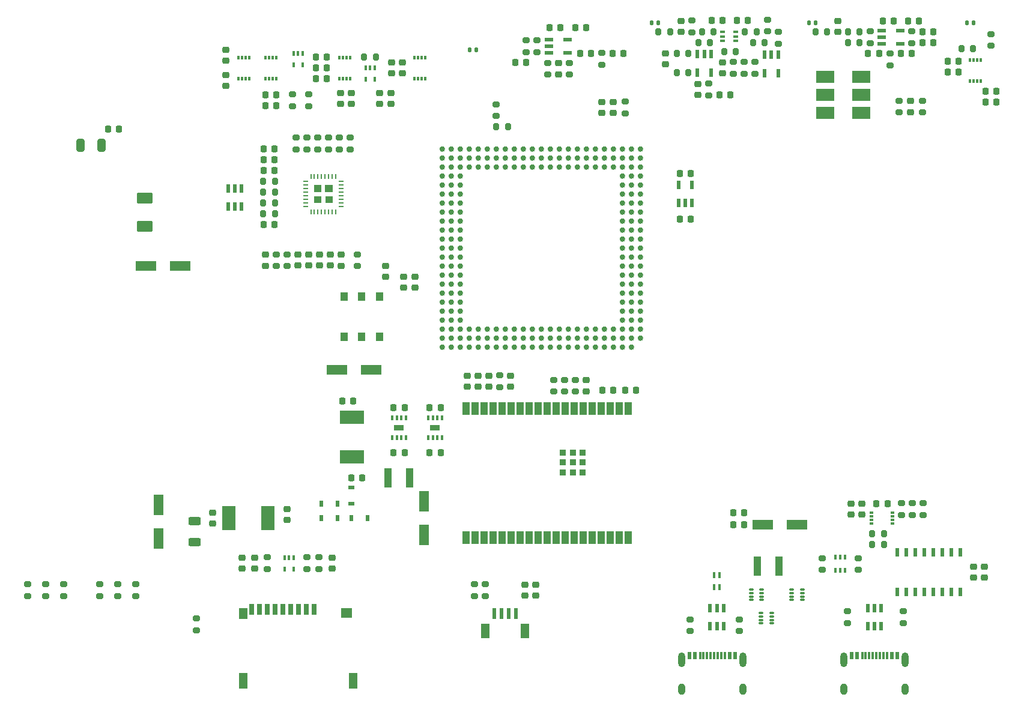
<source format=gtp>
%TF.GenerationSoftware,KiCad,Pcbnew,8.0.7*%
%TF.CreationDate,2025-01-13T16:47:28+00:00*%
%TF.ProjectId,SparkPNT_GNSSDO_Plus_panelized,53706172-6b50-44e5-945f-474e5353444f,rev?*%
%TF.SameCoordinates,Original*%
%TF.FileFunction,Paste,Top*%
%TF.FilePolarity,Positive*%
%FSLAX46Y46*%
G04 Gerber Fmt 4.6, Leading zero omitted, Abs format (unit mm)*
G04 Created by KiCad (PCBNEW 8.0.7) date 2025-01-13 16:47:28*
%MOMM*%
%LPD*%
G01*
G04 APERTURE LIST*
G04 Aperture macros list*
%AMRoundRect*
0 Rectangle with rounded corners*
0 $1 Rounding radius*
0 $2 $3 $4 $5 $6 $7 $8 $9 X,Y pos of 4 corners*
0 Add a 4 corners polygon primitive as box body*
4,1,4,$2,$3,$4,$5,$6,$7,$8,$9,$2,$3,0*
0 Add four circle primitives for the rounded corners*
1,1,$1+$1,$2,$3*
1,1,$1+$1,$4,$5*
1,1,$1+$1,$6,$7*
1,1,$1+$1,$8,$9*
0 Add four rect primitives between the rounded corners*
20,1,$1+$1,$2,$3,$4,$5,0*
20,1,$1+$1,$4,$5,$6,$7,0*
20,1,$1+$1,$6,$7,$8,$9,0*
20,1,$1+$1,$8,$9,$2,$3,0*%
G04 Aperture macros list end*
%ADD10C,0.000000*%
%ADD11RoundRect,0.200000X-0.275000X0.200000X-0.275000X-0.200000X0.275000X-0.200000X0.275000X0.200000X0*%
%ADD12RoundRect,0.140000X0.140000X0.170000X-0.140000X0.170000X-0.140000X-0.170000X0.140000X-0.170000X0*%
%ADD13RoundRect,0.225000X-0.225000X-0.250000X0.225000X-0.250000X0.225000X0.250000X-0.225000X0.250000X0*%
%ADD14RoundRect,0.200000X-0.200000X-0.275000X0.200000X-0.275000X0.200000X0.275000X-0.200000X0.275000X0*%
%ADD15RoundRect,0.200000X0.275000X-0.200000X0.275000X0.200000X-0.275000X0.200000X-0.275000X-0.200000X0*%
%ADD16R,0.900000X0.900000*%
%ADD17RoundRect,0.225000X0.250000X-0.225000X0.250000X0.225000X-0.250000X0.225000X-0.250000X-0.225000X0*%
%ADD18RoundRect,0.225000X0.225000X0.250000X-0.225000X0.250000X-0.225000X-0.250000X0.225000X-0.250000X0*%
%ADD19R,1.200000X0.550000*%
%ADD20RoundRect,0.225000X-0.250000X0.225000X-0.250000X-0.225000X0.250000X-0.225000X0.250000X0.225000X0*%
%ADD21RoundRect,0.030000X0.120000X-0.245000X0.120000X0.245000X-0.120000X0.245000X-0.120000X-0.245000X0*%
%ADD22RoundRect,0.200000X0.200000X0.275000X-0.200000X0.275000X-0.200000X-0.275000X0.200000X-0.275000X0*%
%ADD23R,1.000000X2.800000*%
%ADD24R,0.800000X0.284600*%
%ADD25R,0.284600X0.800000*%
%ADD26RoundRect,0.140000X-0.140000X-0.170000X0.140000X-0.170000X0.140000X0.170000X-0.140000X0.170000X0*%
%ADD27R,3.000000X1.400000*%
%ADD28R,0.550000X1.200000*%
%ADD29R,1.400000X3.000000*%
%ADD30R,3.500000X1.850000*%
%ADD31RoundRect,0.250000X-0.625000X0.312500X-0.625000X-0.312500X0.625000X-0.312500X0.625000X0.312500X0*%
%ADD32R,0.300000X0.660000*%
%ADD33R,0.660000X0.300000*%
%ADD34R,0.300000X0.650000*%
%ADD35R,0.700000X1.600000*%
%ADD36R,1.200000X1.600000*%
%ADD37R,1.200000X2.200000*%
%ADD38R,1.600000X1.400000*%
%ADD39R,1.000000X1.150000*%
%ADD40R,0.300000X1.000000*%
%ADD41R,0.600000X1.000000*%
%ADD42O,1.000000X1.600000*%
%ADD43O,1.000000X2.100000*%
%ADD44R,0.600000X1.200000*%
%ADD45R,0.630000X0.830000*%
%ADD46R,1.850000X3.500000*%
%ADD47RoundRect,0.050000X-0.285000X-0.100000X0.285000X-0.100000X0.285000X0.100000X-0.285000X0.100000X0*%
%ADD48R,0.830000X0.630000*%
%ADD49R,0.300000X0.700000*%
%ADD50RoundRect,0.250000X-0.325000X-0.650000X0.325000X-0.650000X0.325000X0.650000X-0.325000X0.650000X0*%
%ADD51R,0.400000X0.900000*%
%ADD52R,2.540000X1.651000*%
%ADD53RoundRect,0.030000X-0.245000X-0.120000X0.245000X-0.120000X0.245000X0.120000X-0.245000X0.120000X0*%
%ADD54RoundRect,0.208333X0.891667X-0.541667X0.891667X0.541667X-0.891667X0.541667X-0.891667X-0.541667X0*%
%ADD55R,0.600000X1.550000*%
%ADD56R,1.200000X2.000000*%
G04 APERTURE END LIST*
D10*
%TO.C,U1*%
G36*
X71165000Y39955000D02*
G01*
X70165000Y39955000D01*
X70165000Y41755000D01*
X71165000Y41755000D01*
X71165000Y39955000D01*
G37*
G36*
X71165000Y21750000D02*
G01*
X70165000Y21750000D01*
X70165000Y23550000D01*
X71165000Y23550000D01*
X71165000Y21750000D01*
G37*
G36*
X72435000Y39950000D02*
G01*
X71435000Y39950000D01*
X71435000Y41750000D01*
X72435000Y41750000D01*
X72435000Y39950000D01*
G37*
G36*
X72435000Y21750000D02*
G01*
X71435000Y21750000D01*
X71435000Y23550000D01*
X72435000Y23550000D01*
X72435000Y21750000D01*
G37*
G36*
X73700000Y39950000D02*
G01*
X72700000Y39950000D01*
X72700000Y41750000D01*
X73700000Y41750000D01*
X73700000Y39950000D01*
G37*
G36*
X73705000Y21750000D02*
G01*
X72705000Y21750000D01*
X72705000Y23550000D01*
X73705000Y23550000D01*
X73705000Y21750000D01*
G37*
G36*
X74975000Y39950000D02*
G01*
X73975000Y39950000D01*
X73975000Y41750000D01*
X74975000Y41750000D01*
X74975000Y39950000D01*
G37*
G36*
X74975000Y21750000D02*
G01*
X73975000Y21750000D01*
X73975000Y23550000D01*
X74975000Y23550000D01*
X74975000Y21750000D01*
G37*
G36*
X76250000Y39950000D02*
G01*
X75250000Y39950000D01*
X75250000Y41750000D01*
X76250000Y41750000D01*
X76250000Y39950000D01*
G37*
G36*
X76245000Y21750000D02*
G01*
X75245000Y21750000D01*
X75245000Y23550000D01*
X76245000Y23550000D01*
X76245000Y21750000D01*
G37*
G36*
X77515000Y39950000D02*
G01*
X76515000Y39950000D01*
X76515000Y41750000D01*
X77515000Y41750000D01*
X77515000Y39950000D01*
G37*
G36*
X77515000Y21750000D02*
G01*
X76515000Y21750000D01*
X76515000Y23550000D01*
X77515000Y23550000D01*
X77515000Y21750000D01*
G37*
G36*
X78785000Y39950000D02*
G01*
X77785000Y39950000D01*
X77785000Y41750000D01*
X78785000Y41750000D01*
X78785000Y39950000D01*
G37*
G36*
X78785000Y21750000D02*
G01*
X77785000Y21750000D01*
X77785000Y23550000D01*
X78785000Y23550000D01*
X78785000Y21750000D01*
G37*
G36*
X80050000Y39950000D02*
G01*
X79050000Y39950000D01*
X79050000Y41750000D01*
X80050000Y41750000D01*
X80050000Y39950000D01*
G37*
G36*
X80050000Y21750000D02*
G01*
X79050000Y21750000D01*
X79050000Y23550000D01*
X80050000Y23550000D01*
X80050000Y21750000D01*
G37*
G36*
X81325000Y39950000D02*
G01*
X80325000Y39950000D01*
X80325000Y41750000D01*
X81325000Y41750000D01*
X81325000Y39950000D01*
G37*
G36*
X81325000Y21750000D02*
G01*
X80325000Y21750000D01*
X80325000Y23550000D01*
X81325000Y23550000D01*
X81325000Y21750000D01*
G37*
G36*
X82595000Y39950000D02*
G01*
X81595000Y39950000D01*
X81595000Y41750000D01*
X82595000Y41750000D01*
X82595000Y39950000D01*
G37*
G36*
X82600000Y21750000D02*
G01*
X81600000Y21750000D01*
X81600000Y23550000D01*
X82600000Y23550000D01*
X82600000Y21750000D01*
G37*
G36*
X83865000Y39950000D02*
G01*
X82865000Y39950000D01*
X82865000Y41750000D01*
X83865000Y41750000D01*
X83865000Y39950000D01*
G37*
G36*
X83865000Y21750000D02*
G01*
X82865000Y21750000D01*
X82865000Y23550000D01*
X83865000Y23550000D01*
X83865000Y21750000D01*
G37*
G36*
X85135000Y39950000D02*
G01*
X84135000Y39950000D01*
X84135000Y41750000D01*
X85135000Y41750000D01*
X85135000Y39950000D01*
G37*
G36*
X85135000Y21750000D02*
G01*
X84135000Y21750000D01*
X84135000Y23550000D01*
X85135000Y23550000D01*
X85135000Y21750000D01*
G37*
G36*
X86405000Y39950000D02*
G01*
X85405000Y39950000D01*
X85405000Y41750000D01*
X86405000Y41750000D01*
X86405000Y39950000D01*
G37*
G36*
X86405000Y21750000D02*
G01*
X85405000Y21750000D01*
X85405000Y23550000D01*
X86405000Y23550000D01*
X86405000Y21750000D01*
G37*
G36*
X87675000Y39950000D02*
G01*
X86675000Y39950000D01*
X86675000Y41750000D01*
X87675000Y41750000D01*
X87675000Y39950000D01*
G37*
G36*
X87675000Y21750000D02*
G01*
X86675000Y21750000D01*
X86675000Y23550000D01*
X87675000Y23550000D01*
X87675000Y21750000D01*
G37*
G36*
X88950000Y39950000D02*
G01*
X87950000Y39950000D01*
X87950000Y41750000D01*
X88950000Y41750000D01*
X88950000Y39950000D01*
G37*
G36*
X88950000Y21750000D02*
G01*
X87950000Y21750000D01*
X87950000Y23550000D01*
X88950000Y23550000D01*
X88950000Y21750000D01*
G37*
G36*
X90215000Y39950000D02*
G01*
X89215000Y39950000D01*
X89215000Y41750000D01*
X90215000Y41750000D01*
X90215000Y39950000D01*
G37*
G36*
X90215000Y21750000D02*
G01*
X89215000Y21750000D01*
X89215000Y23550000D01*
X90215000Y23550000D01*
X90215000Y21750000D01*
G37*
G36*
X91485000Y39950000D02*
G01*
X90485000Y39950000D01*
X90485000Y41750000D01*
X91485000Y41750000D01*
X91485000Y39950000D01*
G37*
G36*
X91485000Y21750000D02*
G01*
X90485000Y21750000D01*
X90485000Y23550000D01*
X91485000Y23550000D01*
X91485000Y21750000D01*
G37*
G36*
X92750000Y39950000D02*
G01*
X91750000Y39950000D01*
X91750000Y41750000D01*
X92750000Y41750000D01*
X92750000Y39950000D01*
G37*
G36*
X92750000Y21750000D02*
G01*
X91750000Y21750000D01*
X91750000Y23550000D01*
X92750000Y23550000D01*
X92750000Y21750000D01*
G37*
G36*
X94025000Y39950000D02*
G01*
X93025000Y39950000D01*
X93025000Y41750000D01*
X94025000Y41750000D01*
X94025000Y39950000D01*
G37*
G36*
X94025000Y21750000D02*
G01*
X93025000Y21750000D01*
X93025000Y23550000D01*
X94025000Y23550000D01*
X94025000Y21750000D01*
G37*
%TO.C,U4*%
G36*
X50246000Y71420000D02*
G01*
X49246000Y71420000D01*
X49246000Y72420000D01*
X50246000Y72420000D01*
X50246000Y71420000D01*
G37*
G36*
X50246000Y69820000D02*
G01*
X49246000Y69820000D01*
X49246000Y70820000D01*
X50246000Y70820000D01*
X50246000Y69820000D01*
G37*
G36*
X51846000Y71420000D02*
G01*
X50746000Y71420000D01*
X50746000Y72420000D01*
X51846000Y72420000D01*
X51846000Y71420000D01*
G37*
G36*
X51846000Y69820000D02*
G01*
X50846000Y69820000D01*
X50846000Y70820000D01*
X51846000Y70820000D01*
X51846000Y69820000D01*
G37*
%TO.C,U2*%
G36*
X67427784Y77832503D02*
G01*
X67534039Y77778364D01*
X67619097Y77693305D01*
X67691321Y77471025D01*
X67672503Y77352216D01*
X67618364Y77245961D01*
X67534039Y77161636D01*
X67427784Y77107497D01*
X67310000Y77088842D01*
X67192216Y77107497D01*
X67085961Y77161636D01*
X67000903Y77246695D01*
X66928679Y77468975D01*
X66947497Y77587784D01*
X67001636Y77694039D01*
X67085961Y77778364D01*
X67192216Y77832503D01*
X67310000Y77851158D01*
X67427784Y77832503D01*
G37*
G36*
X67427784Y76562503D02*
G01*
X67534039Y76508364D01*
X67619097Y76423305D01*
X67691321Y76201025D01*
X67672503Y76082216D01*
X67618364Y75975961D01*
X67534039Y75891636D01*
X67427784Y75837497D01*
X67310000Y75818842D01*
X67192216Y75837497D01*
X67085961Y75891636D01*
X67000903Y75976695D01*
X66928679Y76198975D01*
X66947497Y76317784D01*
X67001636Y76424039D01*
X67085961Y76508364D01*
X67192216Y76562503D01*
X67310000Y76581158D01*
X67427784Y76562503D01*
G37*
G36*
X67427784Y75292503D02*
G01*
X67534039Y75238364D01*
X67619097Y75153305D01*
X67691321Y74931025D01*
X67672503Y74812216D01*
X67618364Y74705961D01*
X67534039Y74621636D01*
X67427784Y74567497D01*
X67310000Y74548842D01*
X67192216Y74567497D01*
X67085961Y74621636D01*
X67000903Y74706695D01*
X66928679Y74928975D01*
X66947497Y75047784D01*
X67001636Y75154039D01*
X67085961Y75238364D01*
X67192216Y75292503D01*
X67310000Y75311158D01*
X67427784Y75292503D01*
G37*
G36*
X67427784Y74022503D02*
G01*
X67534039Y73968364D01*
X67619097Y73883305D01*
X67691321Y73661025D01*
X67672503Y73542216D01*
X67618364Y73435961D01*
X67534039Y73351636D01*
X67427784Y73297497D01*
X67310000Y73278842D01*
X67192216Y73297497D01*
X67085961Y73351636D01*
X67000903Y73436695D01*
X66928679Y73658975D01*
X66947497Y73777784D01*
X67001636Y73884039D01*
X67085961Y73968364D01*
X67192216Y74022503D01*
X67310000Y74041158D01*
X67427784Y74022503D01*
G37*
G36*
X67427784Y72752503D02*
G01*
X67534039Y72698364D01*
X67619097Y72613305D01*
X67691321Y72391025D01*
X67672503Y72272216D01*
X67618364Y72165961D01*
X67534039Y72081636D01*
X67427784Y72027497D01*
X67310000Y72008842D01*
X67192216Y72027497D01*
X67085961Y72081636D01*
X67000903Y72166695D01*
X66928679Y72388975D01*
X66947497Y72507784D01*
X67001636Y72614039D01*
X67085961Y72698364D01*
X67192216Y72752503D01*
X67310000Y72771158D01*
X67427784Y72752503D01*
G37*
G36*
X67427784Y71482503D02*
G01*
X67534039Y71428364D01*
X67619097Y71343305D01*
X67691321Y71121025D01*
X67672503Y71002216D01*
X67618364Y70895961D01*
X67534039Y70811636D01*
X67427784Y70757497D01*
X67310000Y70738842D01*
X67192216Y70757497D01*
X67085961Y70811636D01*
X67000903Y70896695D01*
X66928679Y71118975D01*
X66947497Y71237784D01*
X67001636Y71344039D01*
X67085961Y71428364D01*
X67192216Y71482503D01*
X67310000Y71501158D01*
X67427784Y71482503D01*
G37*
G36*
X67427784Y70212503D02*
G01*
X67534039Y70158364D01*
X67619097Y70073305D01*
X67691321Y69851025D01*
X67672503Y69732216D01*
X67618364Y69625961D01*
X67534039Y69541636D01*
X67427784Y69487497D01*
X67310000Y69468842D01*
X67192216Y69487497D01*
X67085961Y69541636D01*
X67000903Y69626695D01*
X66928679Y69848975D01*
X66947497Y69967784D01*
X67001636Y70074039D01*
X67085961Y70158364D01*
X67192216Y70212503D01*
X67310000Y70231158D01*
X67427784Y70212503D01*
G37*
G36*
X67427784Y68942503D02*
G01*
X67534039Y68888364D01*
X67619097Y68803305D01*
X67691321Y68581025D01*
X67672503Y68462216D01*
X67618364Y68355961D01*
X67534039Y68271636D01*
X67427784Y68217497D01*
X67310000Y68198842D01*
X67192216Y68217497D01*
X67085961Y68271636D01*
X67000903Y68356695D01*
X66928679Y68578975D01*
X66947497Y68697784D01*
X67001636Y68804039D01*
X67085961Y68888364D01*
X67192216Y68942503D01*
X67310000Y68961158D01*
X67427784Y68942503D01*
G37*
G36*
X67427784Y67672503D02*
G01*
X67534039Y67618364D01*
X67619097Y67533305D01*
X67691321Y67311025D01*
X67672503Y67192216D01*
X67618364Y67085961D01*
X67534039Y67001636D01*
X67427784Y66947497D01*
X67310000Y66928842D01*
X67192216Y66947497D01*
X67085961Y67001636D01*
X67000903Y67086695D01*
X66928679Y67308975D01*
X66947497Y67427784D01*
X67001636Y67534039D01*
X67085961Y67618364D01*
X67192216Y67672503D01*
X67310000Y67691158D01*
X67427784Y67672503D01*
G37*
G36*
X67427784Y66402503D02*
G01*
X67534039Y66348364D01*
X67619097Y66263305D01*
X67691321Y66041025D01*
X67672503Y65922216D01*
X67618364Y65815961D01*
X67534039Y65731636D01*
X67427784Y65677497D01*
X67310000Y65658842D01*
X67192216Y65677497D01*
X67085961Y65731636D01*
X67000903Y65816695D01*
X66928679Y66038975D01*
X66947497Y66157784D01*
X67001636Y66264039D01*
X67085961Y66348364D01*
X67192216Y66402503D01*
X67310000Y66421158D01*
X67427784Y66402503D01*
G37*
G36*
X67427784Y65132503D02*
G01*
X67534039Y65078364D01*
X67619097Y64993305D01*
X67691321Y64771025D01*
X67672503Y64652216D01*
X67618364Y64545961D01*
X67534039Y64461636D01*
X67427784Y64407497D01*
X67310000Y64388842D01*
X67192216Y64407497D01*
X67085961Y64461636D01*
X67000903Y64546695D01*
X66928679Y64768975D01*
X66947497Y64887784D01*
X67001636Y64994039D01*
X67085961Y65078364D01*
X67192216Y65132503D01*
X67310000Y65151158D01*
X67427784Y65132503D01*
G37*
G36*
X67427784Y63862503D02*
G01*
X67534039Y63808364D01*
X67619097Y63723305D01*
X67691321Y63501025D01*
X67672503Y63382216D01*
X67618364Y63275961D01*
X67534039Y63191636D01*
X67427784Y63137497D01*
X67310000Y63118842D01*
X67192216Y63137497D01*
X67085961Y63191636D01*
X67000903Y63276695D01*
X66928679Y63498975D01*
X66947497Y63617784D01*
X67001636Y63724039D01*
X67085961Y63808364D01*
X67192216Y63862503D01*
X67310000Y63881158D01*
X67427784Y63862503D01*
G37*
G36*
X67427784Y62592503D02*
G01*
X67534039Y62538364D01*
X67619097Y62453305D01*
X67691321Y62231025D01*
X67672503Y62112216D01*
X67618364Y62005961D01*
X67534039Y61921636D01*
X67427784Y61867497D01*
X67310000Y61848842D01*
X67192216Y61867497D01*
X67085961Y61921636D01*
X67000903Y62006695D01*
X66928679Y62228975D01*
X66947497Y62347784D01*
X67001636Y62454039D01*
X67085961Y62538364D01*
X67192216Y62592503D01*
X67310000Y62611158D01*
X67427784Y62592503D01*
G37*
G36*
X67427784Y61322503D02*
G01*
X67534039Y61268364D01*
X67619097Y61183305D01*
X67691321Y60961025D01*
X67672503Y60842216D01*
X67618364Y60735961D01*
X67534039Y60651636D01*
X67427784Y60597497D01*
X67310000Y60578842D01*
X67192216Y60597497D01*
X67085961Y60651636D01*
X67000903Y60736695D01*
X66928679Y60958975D01*
X66947497Y61077784D01*
X67001636Y61184039D01*
X67085961Y61268364D01*
X67192216Y61322503D01*
X67310000Y61341158D01*
X67427784Y61322503D01*
G37*
G36*
X67427784Y60052503D02*
G01*
X67534039Y59998364D01*
X67619097Y59913305D01*
X67691321Y59691025D01*
X67672503Y59572216D01*
X67618364Y59465961D01*
X67534039Y59381636D01*
X67427784Y59327497D01*
X67310000Y59308842D01*
X67192216Y59327497D01*
X67085961Y59381636D01*
X67000903Y59466695D01*
X66928679Y59688975D01*
X66947497Y59807784D01*
X67001636Y59914039D01*
X67085961Y59998364D01*
X67192216Y60052503D01*
X67310000Y60071158D01*
X67427784Y60052503D01*
G37*
G36*
X67427784Y58782503D02*
G01*
X67534039Y58728364D01*
X67619097Y58643305D01*
X67691321Y58421025D01*
X67672503Y58302216D01*
X67618364Y58195961D01*
X67534039Y58111636D01*
X67427784Y58057497D01*
X67310000Y58038842D01*
X67192216Y58057497D01*
X67085961Y58111636D01*
X67000903Y58196695D01*
X66928679Y58418975D01*
X66947497Y58537784D01*
X67001636Y58644039D01*
X67085961Y58728364D01*
X67192216Y58782503D01*
X67310000Y58801158D01*
X67427784Y58782503D01*
G37*
G36*
X67427784Y57512503D02*
G01*
X67534039Y57458364D01*
X67619097Y57373305D01*
X67691321Y57151025D01*
X67672503Y57032216D01*
X67618364Y56925961D01*
X67534039Y56841636D01*
X67427784Y56787497D01*
X67310000Y56768842D01*
X67192216Y56787497D01*
X67085961Y56841636D01*
X67000903Y56926695D01*
X66928679Y57148975D01*
X66947497Y57267784D01*
X67001636Y57374039D01*
X67085961Y57458364D01*
X67192216Y57512503D01*
X67310000Y57531158D01*
X67427784Y57512503D01*
G37*
G36*
X67427784Y56242503D02*
G01*
X67534039Y56188364D01*
X67619097Y56103305D01*
X67691321Y55881025D01*
X67672503Y55762216D01*
X67618364Y55655961D01*
X67534039Y55571636D01*
X67427784Y55517497D01*
X67310000Y55498842D01*
X67192216Y55517497D01*
X67085961Y55571636D01*
X67000903Y55656695D01*
X66928679Y55878975D01*
X66947497Y55997784D01*
X67001636Y56104039D01*
X67085961Y56188364D01*
X67192216Y56242503D01*
X67310000Y56261158D01*
X67427784Y56242503D01*
G37*
G36*
X67427784Y54972503D02*
G01*
X67534039Y54918364D01*
X67619097Y54833305D01*
X67691321Y54611025D01*
X67672503Y54492216D01*
X67618364Y54385961D01*
X67534039Y54301636D01*
X67427784Y54247497D01*
X67310000Y54228842D01*
X67192216Y54247497D01*
X67085961Y54301636D01*
X67000903Y54386695D01*
X66928679Y54608975D01*
X66947497Y54727784D01*
X67001636Y54834039D01*
X67085961Y54918364D01*
X67192216Y54972503D01*
X67310000Y54991158D01*
X67427784Y54972503D01*
G37*
G36*
X67427784Y53702503D02*
G01*
X67534039Y53648364D01*
X67619097Y53563305D01*
X67691321Y53341025D01*
X67672503Y53222216D01*
X67618364Y53115961D01*
X67534039Y53031636D01*
X67427784Y52977497D01*
X67310000Y52958842D01*
X67192216Y52977497D01*
X67085961Y53031636D01*
X67000903Y53116695D01*
X66928679Y53338975D01*
X66947497Y53457784D01*
X67001636Y53564039D01*
X67085961Y53648364D01*
X67192216Y53702503D01*
X67310000Y53721158D01*
X67427784Y53702503D01*
G37*
G36*
X67427784Y52432503D02*
G01*
X67534039Y52378364D01*
X67619097Y52293305D01*
X67691321Y52071025D01*
X67672503Y51952216D01*
X67618364Y51845961D01*
X67534039Y51761636D01*
X67427784Y51707497D01*
X67310000Y51688842D01*
X67192216Y51707497D01*
X67085961Y51761636D01*
X67000903Y51846695D01*
X66928679Y52068975D01*
X66947497Y52187784D01*
X67001636Y52294039D01*
X67085961Y52378364D01*
X67192216Y52432503D01*
X67310000Y52451158D01*
X67427784Y52432503D01*
G37*
G36*
X67427784Y51162503D02*
G01*
X67534039Y51108364D01*
X67619097Y51023305D01*
X67691321Y50801025D01*
X67672503Y50682216D01*
X67618364Y50575961D01*
X67534039Y50491636D01*
X67427784Y50437497D01*
X67310000Y50418842D01*
X67192216Y50437497D01*
X67085961Y50491636D01*
X67000903Y50576695D01*
X66928679Y50798975D01*
X66947497Y50917784D01*
X67001636Y51024039D01*
X67085961Y51108364D01*
X67192216Y51162503D01*
X67310000Y51181158D01*
X67427784Y51162503D01*
G37*
G36*
X67427784Y49892503D02*
G01*
X67534039Y49838364D01*
X67619097Y49753305D01*
X67691321Y49531025D01*
X67672503Y49412216D01*
X67618364Y49305961D01*
X67534039Y49221636D01*
X67427784Y49167497D01*
X67310000Y49148842D01*
X67192216Y49167497D01*
X67085961Y49221636D01*
X67000903Y49306695D01*
X66928679Y49528975D01*
X66947497Y49647784D01*
X67001636Y49754039D01*
X67085961Y49838364D01*
X67192216Y49892503D01*
X67310000Y49911158D01*
X67427784Y49892503D01*
G37*
G36*
X68697784Y77832503D02*
G01*
X68804039Y77778364D01*
X68889097Y77693305D01*
X68961321Y77471025D01*
X68942503Y77352216D01*
X68888364Y77245961D01*
X68804039Y77161636D01*
X68697784Y77107497D01*
X68580000Y77088842D01*
X68462216Y77107497D01*
X68355961Y77161636D01*
X68270903Y77246695D01*
X68198679Y77468975D01*
X68217497Y77587784D01*
X68271636Y77694039D01*
X68355961Y77778364D01*
X68462216Y77832503D01*
X68580000Y77851158D01*
X68697784Y77832503D01*
G37*
G36*
X68697784Y76562503D02*
G01*
X68804039Y76508364D01*
X68889097Y76423305D01*
X68961321Y76201025D01*
X68942503Y76082216D01*
X68888364Y75975961D01*
X68804039Y75891636D01*
X68697784Y75837497D01*
X68580000Y75818842D01*
X68462216Y75837497D01*
X68355961Y75891636D01*
X68270903Y75976695D01*
X68198679Y76198975D01*
X68217497Y76317784D01*
X68271636Y76424039D01*
X68355961Y76508364D01*
X68462216Y76562503D01*
X68580000Y76581158D01*
X68697784Y76562503D01*
G37*
G36*
X68697784Y75292503D02*
G01*
X68804039Y75238364D01*
X68889097Y75153305D01*
X68961321Y74931025D01*
X68942503Y74812216D01*
X68888364Y74705961D01*
X68804039Y74621636D01*
X68697784Y74567497D01*
X68580000Y74548842D01*
X68462216Y74567497D01*
X68355961Y74621636D01*
X68270903Y74706695D01*
X68198679Y74928975D01*
X68217497Y75047784D01*
X68271636Y75154039D01*
X68355961Y75238364D01*
X68462216Y75292503D01*
X68580000Y75311158D01*
X68697784Y75292503D01*
G37*
G36*
X68697784Y74022503D02*
G01*
X68804039Y73968364D01*
X68889097Y73883305D01*
X68961321Y73661025D01*
X68942503Y73542216D01*
X68888364Y73435961D01*
X68804039Y73351636D01*
X68697784Y73297497D01*
X68580000Y73278842D01*
X68462216Y73297497D01*
X68355961Y73351636D01*
X68270903Y73436695D01*
X68198679Y73658975D01*
X68217497Y73777784D01*
X68271636Y73884039D01*
X68355961Y73968364D01*
X68462216Y74022503D01*
X68580000Y74041158D01*
X68697784Y74022503D01*
G37*
G36*
X68697784Y72752503D02*
G01*
X68804039Y72698364D01*
X68889097Y72613305D01*
X68961321Y72391025D01*
X68942503Y72272216D01*
X68888364Y72165961D01*
X68804039Y72081636D01*
X68697784Y72027497D01*
X68580000Y72008842D01*
X68462216Y72027497D01*
X68355961Y72081636D01*
X68270903Y72166695D01*
X68198679Y72388975D01*
X68217497Y72507784D01*
X68271636Y72614039D01*
X68355961Y72698364D01*
X68462216Y72752503D01*
X68580000Y72771158D01*
X68697784Y72752503D01*
G37*
G36*
X68697784Y71482503D02*
G01*
X68804039Y71428364D01*
X68889097Y71343305D01*
X68961321Y71121025D01*
X68942503Y71002216D01*
X68888364Y70895961D01*
X68804039Y70811636D01*
X68697784Y70757497D01*
X68580000Y70738842D01*
X68462216Y70757497D01*
X68355961Y70811636D01*
X68270903Y70896695D01*
X68198679Y71118975D01*
X68217497Y71237784D01*
X68271636Y71344039D01*
X68355961Y71428364D01*
X68462216Y71482503D01*
X68580000Y71501158D01*
X68697784Y71482503D01*
G37*
G36*
X68697784Y70212503D02*
G01*
X68804039Y70158364D01*
X68889097Y70073305D01*
X68961321Y69851025D01*
X68942503Y69732216D01*
X68888364Y69625961D01*
X68804039Y69541636D01*
X68697784Y69487497D01*
X68580000Y69468842D01*
X68462216Y69487497D01*
X68355961Y69541636D01*
X68270903Y69626695D01*
X68198679Y69848975D01*
X68217497Y69967784D01*
X68271636Y70074039D01*
X68355961Y70158364D01*
X68462216Y70212503D01*
X68580000Y70231158D01*
X68697784Y70212503D01*
G37*
G36*
X68697784Y68942503D02*
G01*
X68804039Y68888364D01*
X68889097Y68803305D01*
X68961321Y68581025D01*
X68942503Y68462216D01*
X68888364Y68355961D01*
X68804039Y68271636D01*
X68697784Y68217497D01*
X68580000Y68198842D01*
X68462216Y68217497D01*
X68355961Y68271636D01*
X68270903Y68356695D01*
X68198679Y68578975D01*
X68217497Y68697784D01*
X68271636Y68804039D01*
X68355961Y68888364D01*
X68462216Y68942503D01*
X68580000Y68961158D01*
X68697784Y68942503D01*
G37*
G36*
X68697784Y67672503D02*
G01*
X68804039Y67618364D01*
X68889097Y67533305D01*
X68961321Y67311025D01*
X68942503Y67192216D01*
X68888364Y67085961D01*
X68804039Y67001636D01*
X68697784Y66947497D01*
X68580000Y66928842D01*
X68462216Y66947497D01*
X68355961Y67001636D01*
X68270903Y67086695D01*
X68198679Y67308975D01*
X68217497Y67427784D01*
X68271636Y67534039D01*
X68355961Y67618364D01*
X68462216Y67672503D01*
X68580000Y67691158D01*
X68697784Y67672503D01*
G37*
G36*
X68697784Y66402503D02*
G01*
X68804039Y66348364D01*
X68889097Y66263305D01*
X68961321Y66041025D01*
X68942503Y65922216D01*
X68888364Y65815961D01*
X68804039Y65731636D01*
X68697784Y65677497D01*
X68580000Y65658842D01*
X68462216Y65677497D01*
X68355961Y65731636D01*
X68270903Y65816695D01*
X68198679Y66038975D01*
X68217497Y66157784D01*
X68271636Y66264039D01*
X68355961Y66348364D01*
X68462216Y66402503D01*
X68580000Y66421158D01*
X68697784Y66402503D01*
G37*
G36*
X68697784Y65132503D02*
G01*
X68804039Y65078364D01*
X68889097Y64993305D01*
X68961321Y64771025D01*
X68942503Y64652216D01*
X68888364Y64545961D01*
X68804039Y64461636D01*
X68697784Y64407497D01*
X68580000Y64388842D01*
X68462216Y64407497D01*
X68355961Y64461636D01*
X68270903Y64546695D01*
X68198679Y64768975D01*
X68217497Y64887784D01*
X68271636Y64994039D01*
X68355961Y65078364D01*
X68462216Y65132503D01*
X68580000Y65151158D01*
X68697784Y65132503D01*
G37*
G36*
X68697784Y63862503D02*
G01*
X68804039Y63808364D01*
X68889097Y63723305D01*
X68961321Y63501025D01*
X68942503Y63382216D01*
X68888364Y63275961D01*
X68804039Y63191636D01*
X68697784Y63137497D01*
X68580000Y63118842D01*
X68462216Y63137497D01*
X68355961Y63191636D01*
X68270903Y63276695D01*
X68198679Y63498975D01*
X68217497Y63617784D01*
X68271636Y63724039D01*
X68355961Y63808364D01*
X68462216Y63862503D01*
X68580000Y63881158D01*
X68697784Y63862503D01*
G37*
G36*
X68697784Y62592503D02*
G01*
X68804039Y62538364D01*
X68889097Y62453305D01*
X68961321Y62231025D01*
X68942503Y62112216D01*
X68888364Y62005961D01*
X68804039Y61921636D01*
X68697784Y61867497D01*
X68580000Y61848842D01*
X68462216Y61867497D01*
X68355961Y61921636D01*
X68270903Y62006695D01*
X68198679Y62228975D01*
X68217497Y62347784D01*
X68271636Y62454039D01*
X68355961Y62538364D01*
X68462216Y62592503D01*
X68580000Y62611158D01*
X68697784Y62592503D01*
G37*
G36*
X68697784Y61322503D02*
G01*
X68804039Y61268364D01*
X68889097Y61183305D01*
X68961321Y60961025D01*
X68942503Y60842216D01*
X68888364Y60735961D01*
X68804039Y60651636D01*
X68697784Y60597497D01*
X68580000Y60578842D01*
X68462216Y60597497D01*
X68355961Y60651636D01*
X68270903Y60736695D01*
X68198679Y60958975D01*
X68217497Y61077784D01*
X68271636Y61184039D01*
X68355961Y61268364D01*
X68462216Y61322503D01*
X68580000Y61341158D01*
X68697784Y61322503D01*
G37*
G36*
X68697784Y60052503D02*
G01*
X68804039Y59998364D01*
X68889097Y59913305D01*
X68961321Y59691025D01*
X68942503Y59572216D01*
X68888364Y59465961D01*
X68804039Y59381636D01*
X68697784Y59327497D01*
X68580000Y59308842D01*
X68462216Y59327497D01*
X68355961Y59381636D01*
X68270903Y59466695D01*
X68198679Y59688975D01*
X68217497Y59807784D01*
X68271636Y59914039D01*
X68355961Y59998364D01*
X68462216Y60052503D01*
X68580000Y60071158D01*
X68697784Y60052503D01*
G37*
G36*
X68697784Y58782503D02*
G01*
X68804039Y58728364D01*
X68889097Y58643305D01*
X68961321Y58421025D01*
X68942503Y58302216D01*
X68888364Y58195961D01*
X68804039Y58111636D01*
X68697784Y58057497D01*
X68580000Y58038842D01*
X68462216Y58057497D01*
X68355961Y58111636D01*
X68270903Y58196695D01*
X68198679Y58418975D01*
X68217497Y58537784D01*
X68271636Y58644039D01*
X68355961Y58728364D01*
X68462216Y58782503D01*
X68580000Y58801158D01*
X68697784Y58782503D01*
G37*
G36*
X68697784Y57512503D02*
G01*
X68804039Y57458364D01*
X68889097Y57373305D01*
X68961321Y57151025D01*
X68942503Y57032216D01*
X68888364Y56925961D01*
X68804039Y56841636D01*
X68697784Y56787497D01*
X68580000Y56768842D01*
X68462216Y56787497D01*
X68355961Y56841636D01*
X68270903Y56926695D01*
X68198679Y57148975D01*
X68217497Y57267784D01*
X68271636Y57374039D01*
X68355961Y57458364D01*
X68462216Y57512503D01*
X68580000Y57531158D01*
X68697784Y57512503D01*
G37*
G36*
X68697784Y56242503D02*
G01*
X68804039Y56188364D01*
X68889097Y56103305D01*
X68961321Y55881025D01*
X68942503Y55762216D01*
X68888364Y55655961D01*
X68804039Y55571636D01*
X68697784Y55517497D01*
X68580000Y55498842D01*
X68462216Y55517497D01*
X68355961Y55571636D01*
X68270903Y55656695D01*
X68198679Y55878975D01*
X68217497Y55997784D01*
X68271636Y56104039D01*
X68355961Y56188364D01*
X68462216Y56242503D01*
X68580000Y56261158D01*
X68697784Y56242503D01*
G37*
G36*
X68697784Y54972503D02*
G01*
X68804039Y54918364D01*
X68889097Y54833305D01*
X68961321Y54611025D01*
X68942503Y54492216D01*
X68888364Y54385961D01*
X68804039Y54301636D01*
X68697784Y54247497D01*
X68580000Y54228842D01*
X68462216Y54247497D01*
X68355961Y54301636D01*
X68270903Y54386695D01*
X68198679Y54608975D01*
X68217497Y54727784D01*
X68271636Y54834039D01*
X68355961Y54918364D01*
X68462216Y54972503D01*
X68580000Y54991158D01*
X68697784Y54972503D01*
G37*
G36*
X68697784Y53702503D02*
G01*
X68804039Y53648364D01*
X68889097Y53563305D01*
X68961321Y53341025D01*
X68942503Y53222216D01*
X68888364Y53115961D01*
X68804039Y53031636D01*
X68697784Y52977497D01*
X68580000Y52958842D01*
X68462216Y52977497D01*
X68355961Y53031636D01*
X68270903Y53116695D01*
X68198679Y53338975D01*
X68217497Y53457784D01*
X68271636Y53564039D01*
X68355961Y53648364D01*
X68462216Y53702503D01*
X68580000Y53721158D01*
X68697784Y53702503D01*
G37*
G36*
X68697784Y52432503D02*
G01*
X68804039Y52378364D01*
X68889097Y52293305D01*
X68961321Y52071025D01*
X68942503Y51952216D01*
X68888364Y51845961D01*
X68804039Y51761636D01*
X68697784Y51707497D01*
X68580000Y51688842D01*
X68462216Y51707497D01*
X68355961Y51761636D01*
X68270903Y51846695D01*
X68198679Y52068975D01*
X68217497Y52187784D01*
X68271636Y52294039D01*
X68355961Y52378364D01*
X68462216Y52432503D01*
X68580000Y52451158D01*
X68697784Y52432503D01*
G37*
G36*
X68697784Y51162503D02*
G01*
X68804039Y51108364D01*
X68889097Y51023305D01*
X68961321Y50801025D01*
X68942503Y50682216D01*
X68888364Y50575961D01*
X68804039Y50491636D01*
X68697784Y50437497D01*
X68580000Y50418842D01*
X68462216Y50437497D01*
X68355961Y50491636D01*
X68270903Y50576695D01*
X68198679Y50798975D01*
X68217497Y50917784D01*
X68271636Y51024039D01*
X68355961Y51108364D01*
X68462216Y51162503D01*
X68580000Y51181158D01*
X68697784Y51162503D01*
G37*
G36*
X68697784Y49892503D02*
G01*
X68804039Y49838364D01*
X68889097Y49753305D01*
X68961321Y49531025D01*
X68942503Y49412216D01*
X68888364Y49305961D01*
X68804039Y49221636D01*
X68697784Y49167497D01*
X68580000Y49148842D01*
X68462216Y49167497D01*
X68355961Y49221636D01*
X68270903Y49306695D01*
X68198679Y49528975D01*
X68217497Y49647784D01*
X68271636Y49754039D01*
X68355961Y49838364D01*
X68462216Y49892503D01*
X68580000Y49911158D01*
X68697784Y49892503D01*
G37*
G36*
X69967784Y77832503D02*
G01*
X70074039Y77778364D01*
X70159097Y77693305D01*
X70231321Y77471025D01*
X70212503Y77352216D01*
X70158364Y77245961D01*
X70074039Y77161636D01*
X69967784Y77107497D01*
X69850000Y77088842D01*
X69732216Y77107497D01*
X69625961Y77161636D01*
X69540903Y77246695D01*
X69468679Y77468975D01*
X69487497Y77587784D01*
X69541636Y77694039D01*
X69625961Y77778364D01*
X69732216Y77832503D01*
X69850000Y77851158D01*
X69967784Y77832503D01*
G37*
G36*
X69967784Y76562503D02*
G01*
X70074039Y76508364D01*
X70159097Y76423305D01*
X70231321Y76201025D01*
X70212503Y76082216D01*
X70158364Y75975961D01*
X70074039Y75891636D01*
X69967784Y75837497D01*
X69850000Y75818842D01*
X69732216Y75837497D01*
X69625961Y75891636D01*
X69540903Y75976695D01*
X69468679Y76198975D01*
X69487497Y76317784D01*
X69541636Y76424039D01*
X69625961Y76508364D01*
X69732216Y76562503D01*
X69850000Y76581158D01*
X69967784Y76562503D01*
G37*
G36*
X69967784Y75292503D02*
G01*
X70074039Y75238364D01*
X70159097Y75153305D01*
X70231321Y74931025D01*
X70212503Y74812216D01*
X70158364Y74705961D01*
X70074039Y74621636D01*
X69967784Y74567497D01*
X69850000Y74548842D01*
X69732216Y74567497D01*
X69625961Y74621636D01*
X69540903Y74706695D01*
X69468679Y74928975D01*
X69487497Y75047784D01*
X69541636Y75154039D01*
X69625961Y75238364D01*
X69732216Y75292503D01*
X69850000Y75311158D01*
X69967784Y75292503D01*
G37*
G36*
X69967784Y74022503D02*
G01*
X70074039Y73968364D01*
X70159097Y73883305D01*
X70231321Y73661025D01*
X70212503Y73542216D01*
X70158364Y73435961D01*
X70074039Y73351636D01*
X69967784Y73297497D01*
X69850000Y73278842D01*
X69732216Y73297497D01*
X69625961Y73351636D01*
X69540903Y73436695D01*
X69468679Y73658975D01*
X69487497Y73777784D01*
X69541636Y73884039D01*
X69625961Y73968364D01*
X69732216Y74022503D01*
X69850000Y74041158D01*
X69967784Y74022503D01*
G37*
G36*
X69967784Y72752503D02*
G01*
X70074039Y72698364D01*
X70159097Y72613305D01*
X70231321Y72391025D01*
X70212503Y72272216D01*
X70158364Y72165961D01*
X70074039Y72081636D01*
X69967784Y72027497D01*
X69850000Y72008842D01*
X69732216Y72027497D01*
X69625961Y72081636D01*
X69540903Y72166695D01*
X69468679Y72388975D01*
X69487497Y72507784D01*
X69541636Y72614039D01*
X69625961Y72698364D01*
X69732216Y72752503D01*
X69850000Y72771158D01*
X69967784Y72752503D01*
G37*
G36*
X69967784Y71482503D02*
G01*
X70074039Y71428364D01*
X70159097Y71343305D01*
X70231321Y71121025D01*
X70212503Y71002216D01*
X70158364Y70895961D01*
X70074039Y70811636D01*
X69967784Y70757497D01*
X69850000Y70738842D01*
X69732216Y70757497D01*
X69625961Y70811636D01*
X69540903Y70896695D01*
X69468679Y71118975D01*
X69487497Y71237784D01*
X69541636Y71344039D01*
X69625961Y71428364D01*
X69732216Y71482503D01*
X69850000Y71501158D01*
X69967784Y71482503D01*
G37*
G36*
X69967784Y70212503D02*
G01*
X70074039Y70158364D01*
X70159097Y70073305D01*
X70231321Y69851025D01*
X70212503Y69732216D01*
X70158364Y69625961D01*
X70074039Y69541636D01*
X69967784Y69487497D01*
X69850000Y69468842D01*
X69732216Y69487497D01*
X69625961Y69541636D01*
X69540903Y69626695D01*
X69468679Y69848975D01*
X69487497Y69967784D01*
X69541636Y70074039D01*
X69625961Y70158364D01*
X69732216Y70212503D01*
X69850000Y70231158D01*
X69967784Y70212503D01*
G37*
G36*
X69967784Y68942503D02*
G01*
X70074039Y68888364D01*
X70159097Y68803305D01*
X70231321Y68581025D01*
X70212503Y68462216D01*
X70158364Y68355961D01*
X70074039Y68271636D01*
X69967784Y68217497D01*
X69850000Y68198842D01*
X69732216Y68217497D01*
X69625961Y68271636D01*
X69540903Y68356695D01*
X69468679Y68578975D01*
X69487497Y68697784D01*
X69541636Y68804039D01*
X69625961Y68888364D01*
X69732216Y68942503D01*
X69850000Y68961158D01*
X69967784Y68942503D01*
G37*
G36*
X69967784Y67672503D02*
G01*
X70074039Y67618364D01*
X70159097Y67533305D01*
X70231321Y67311025D01*
X70212503Y67192216D01*
X70158364Y67085961D01*
X70074039Y67001636D01*
X69967784Y66947497D01*
X69850000Y66928842D01*
X69732216Y66947497D01*
X69625961Y67001636D01*
X69540903Y67086695D01*
X69468679Y67308975D01*
X69487497Y67427784D01*
X69541636Y67534039D01*
X69625961Y67618364D01*
X69732216Y67672503D01*
X69850000Y67691158D01*
X69967784Y67672503D01*
G37*
G36*
X69967784Y66402503D02*
G01*
X70074039Y66348364D01*
X70159097Y66263305D01*
X70231321Y66041025D01*
X70212503Y65922216D01*
X70158364Y65815961D01*
X70074039Y65731636D01*
X69967784Y65677497D01*
X69850000Y65658842D01*
X69732216Y65677497D01*
X69625961Y65731636D01*
X69540903Y65816695D01*
X69468679Y66038975D01*
X69487497Y66157784D01*
X69541636Y66264039D01*
X69625961Y66348364D01*
X69732216Y66402503D01*
X69850000Y66421158D01*
X69967784Y66402503D01*
G37*
G36*
X69967784Y65132503D02*
G01*
X70074039Y65078364D01*
X70159097Y64993305D01*
X70231321Y64771025D01*
X70212503Y64652216D01*
X70158364Y64545961D01*
X70074039Y64461636D01*
X69967784Y64407497D01*
X69850000Y64388842D01*
X69732216Y64407497D01*
X69625961Y64461636D01*
X69540903Y64546695D01*
X69468679Y64768975D01*
X69487497Y64887784D01*
X69541636Y64994039D01*
X69625961Y65078364D01*
X69732216Y65132503D01*
X69850000Y65151158D01*
X69967784Y65132503D01*
G37*
G36*
X69967784Y63862503D02*
G01*
X70074039Y63808364D01*
X70159097Y63723305D01*
X70231321Y63501025D01*
X70212503Y63382216D01*
X70158364Y63275961D01*
X70074039Y63191636D01*
X69967784Y63137497D01*
X69850000Y63118842D01*
X69732216Y63137497D01*
X69625961Y63191636D01*
X69540903Y63276695D01*
X69468679Y63498975D01*
X69487497Y63617784D01*
X69541636Y63724039D01*
X69625961Y63808364D01*
X69732216Y63862503D01*
X69850000Y63881158D01*
X69967784Y63862503D01*
G37*
G36*
X69967784Y62592503D02*
G01*
X70074039Y62538364D01*
X70159097Y62453305D01*
X70231321Y62231025D01*
X70212503Y62112216D01*
X70158364Y62005961D01*
X70074039Y61921636D01*
X69967784Y61867497D01*
X69850000Y61848842D01*
X69732216Y61867497D01*
X69625961Y61921636D01*
X69540903Y62006695D01*
X69468679Y62228975D01*
X69487497Y62347784D01*
X69541636Y62454039D01*
X69625961Y62538364D01*
X69732216Y62592503D01*
X69850000Y62611158D01*
X69967784Y62592503D01*
G37*
G36*
X69967784Y61322503D02*
G01*
X70074039Y61268364D01*
X70159097Y61183305D01*
X70231321Y60961025D01*
X70212503Y60842216D01*
X70158364Y60735961D01*
X70074039Y60651636D01*
X69967784Y60597497D01*
X69850000Y60578842D01*
X69732216Y60597497D01*
X69625961Y60651636D01*
X69540903Y60736695D01*
X69468679Y60958975D01*
X69487497Y61077784D01*
X69541636Y61184039D01*
X69625961Y61268364D01*
X69732216Y61322503D01*
X69850000Y61341158D01*
X69967784Y61322503D01*
G37*
G36*
X69967784Y60052503D02*
G01*
X70074039Y59998364D01*
X70159097Y59913305D01*
X70231321Y59691025D01*
X70212503Y59572216D01*
X70158364Y59465961D01*
X70074039Y59381636D01*
X69967784Y59327497D01*
X69850000Y59308842D01*
X69732216Y59327497D01*
X69625961Y59381636D01*
X69540903Y59466695D01*
X69468679Y59688975D01*
X69487497Y59807784D01*
X69541636Y59914039D01*
X69625961Y59998364D01*
X69732216Y60052503D01*
X69850000Y60071158D01*
X69967784Y60052503D01*
G37*
G36*
X69967784Y58782503D02*
G01*
X70074039Y58728364D01*
X70159097Y58643305D01*
X70231321Y58421025D01*
X70212503Y58302216D01*
X70158364Y58195961D01*
X70074039Y58111636D01*
X69967784Y58057497D01*
X69850000Y58038842D01*
X69732216Y58057497D01*
X69625961Y58111636D01*
X69540903Y58196695D01*
X69468679Y58418975D01*
X69487497Y58537784D01*
X69541636Y58644039D01*
X69625961Y58728364D01*
X69732216Y58782503D01*
X69850000Y58801158D01*
X69967784Y58782503D01*
G37*
G36*
X69967784Y57512503D02*
G01*
X70074039Y57458364D01*
X70159097Y57373305D01*
X70231321Y57151025D01*
X70212503Y57032216D01*
X70158364Y56925961D01*
X70074039Y56841636D01*
X69967784Y56787497D01*
X69850000Y56768842D01*
X69732216Y56787497D01*
X69625961Y56841636D01*
X69540903Y56926695D01*
X69468679Y57148975D01*
X69487497Y57267784D01*
X69541636Y57374039D01*
X69625961Y57458364D01*
X69732216Y57512503D01*
X69850000Y57531158D01*
X69967784Y57512503D01*
G37*
G36*
X69967784Y56242503D02*
G01*
X70074039Y56188364D01*
X70159097Y56103305D01*
X70231321Y55881025D01*
X70212503Y55762216D01*
X70158364Y55655961D01*
X70074039Y55571636D01*
X69967784Y55517497D01*
X69850000Y55498842D01*
X69732216Y55517497D01*
X69625961Y55571636D01*
X69540903Y55656695D01*
X69468679Y55878975D01*
X69487497Y55997784D01*
X69541636Y56104039D01*
X69625961Y56188364D01*
X69732216Y56242503D01*
X69850000Y56261158D01*
X69967784Y56242503D01*
G37*
G36*
X69967784Y54972503D02*
G01*
X70074039Y54918364D01*
X70159097Y54833305D01*
X70231321Y54611025D01*
X70212503Y54492216D01*
X70158364Y54385961D01*
X70074039Y54301636D01*
X69967784Y54247497D01*
X69850000Y54228842D01*
X69732216Y54247497D01*
X69625961Y54301636D01*
X69540903Y54386695D01*
X69468679Y54608975D01*
X69487497Y54727784D01*
X69541636Y54834039D01*
X69625961Y54918364D01*
X69732216Y54972503D01*
X69850000Y54991158D01*
X69967784Y54972503D01*
G37*
G36*
X69967784Y53702503D02*
G01*
X70074039Y53648364D01*
X70159097Y53563305D01*
X70231321Y53341025D01*
X70212503Y53222216D01*
X70158364Y53115961D01*
X70074039Y53031636D01*
X69967784Y52977497D01*
X69850000Y52958842D01*
X69732216Y52977497D01*
X69625961Y53031636D01*
X69540903Y53116695D01*
X69468679Y53338975D01*
X69487497Y53457784D01*
X69541636Y53564039D01*
X69625961Y53648364D01*
X69732216Y53702503D01*
X69850000Y53721158D01*
X69967784Y53702503D01*
G37*
G36*
X69967784Y52432503D02*
G01*
X70074039Y52378364D01*
X70159097Y52293305D01*
X70231321Y52071025D01*
X70212503Y51952216D01*
X70158364Y51845961D01*
X70074039Y51761636D01*
X69967784Y51707497D01*
X69850000Y51688842D01*
X69732216Y51707497D01*
X69625961Y51761636D01*
X69540903Y51846695D01*
X69468679Y52068975D01*
X69487497Y52187784D01*
X69541636Y52294039D01*
X69625961Y52378364D01*
X69732216Y52432503D01*
X69850000Y52451158D01*
X69967784Y52432503D01*
G37*
G36*
X69967784Y51162503D02*
G01*
X70074039Y51108364D01*
X70159097Y51023305D01*
X70231321Y50801025D01*
X70212503Y50682216D01*
X70158364Y50575961D01*
X70074039Y50491636D01*
X69967784Y50437497D01*
X69850000Y50418842D01*
X69732216Y50437497D01*
X69625961Y50491636D01*
X69540903Y50576695D01*
X69468679Y50798975D01*
X69487497Y50917784D01*
X69541636Y51024039D01*
X69625961Y51108364D01*
X69732216Y51162503D01*
X69850000Y51181158D01*
X69967784Y51162503D01*
G37*
G36*
X69967784Y49892503D02*
G01*
X70074039Y49838364D01*
X70159097Y49753305D01*
X70231321Y49531025D01*
X70212503Y49412216D01*
X70158364Y49305961D01*
X70074039Y49221636D01*
X69967784Y49167497D01*
X69850000Y49148842D01*
X69732216Y49167497D01*
X69625961Y49221636D01*
X69540903Y49306695D01*
X69468679Y49528975D01*
X69487497Y49647784D01*
X69541636Y49754039D01*
X69625961Y49838364D01*
X69732216Y49892503D01*
X69850000Y49911158D01*
X69967784Y49892503D01*
G37*
G36*
X71237784Y77832503D02*
G01*
X71344039Y77778364D01*
X71429097Y77693305D01*
X71501321Y77471025D01*
X71482503Y77352216D01*
X71428364Y77245961D01*
X71344039Y77161636D01*
X71237784Y77107497D01*
X71120000Y77088842D01*
X71002216Y77107497D01*
X70895961Y77161636D01*
X70810903Y77246695D01*
X70738679Y77468975D01*
X70757497Y77587784D01*
X70811636Y77694039D01*
X70895961Y77778364D01*
X71002216Y77832503D01*
X71120000Y77851158D01*
X71237784Y77832503D01*
G37*
G36*
X71237784Y76562503D02*
G01*
X71344039Y76508364D01*
X71429097Y76423305D01*
X71501321Y76201025D01*
X71482503Y76082216D01*
X71428364Y75975961D01*
X71344039Y75891636D01*
X71237784Y75837497D01*
X71120000Y75818842D01*
X71002216Y75837497D01*
X70895961Y75891636D01*
X70810903Y75976695D01*
X70738679Y76198975D01*
X70757497Y76317784D01*
X70811636Y76424039D01*
X70895961Y76508364D01*
X71002216Y76562503D01*
X71120000Y76581158D01*
X71237784Y76562503D01*
G37*
G36*
X71237784Y75292503D02*
G01*
X71344039Y75238364D01*
X71429097Y75153305D01*
X71501321Y74931025D01*
X71482503Y74812216D01*
X71428364Y74705961D01*
X71344039Y74621636D01*
X71237784Y74567497D01*
X71120000Y74548842D01*
X71002216Y74567497D01*
X70895961Y74621636D01*
X70810903Y74706695D01*
X70738679Y74928975D01*
X70757497Y75047784D01*
X70811636Y75154039D01*
X70895961Y75238364D01*
X71002216Y75292503D01*
X71120000Y75311158D01*
X71237784Y75292503D01*
G37*
G36*
X71237784Y52432503D02*
G01*
X71344039Y52378364D01*
X71429097Y52293305D01*
X71501321Y52071025D01*
X71482503Y51952216D01*
X71428364Y51845961D01*
X71344039Y51761636D01*
X71237784Y51707497D01*
X71120000Y51688842D01*
X71002216Y51707497D01*
X70895961Y51761636D01*
X70810903Y51846695D01*
X70738679Y52068975D01*
X70757497Y52187784D01*
X70811636Y52294039D01*
X70895961Y52378364D01*
X71002216Y52432503D01*
X71120000Y52451158D01*
X71237784Y52432503D01*
G37*
G36*
X71237784Y51162503D02*
G01*
X71344039Y51108364D01*
X71429097Y51023305D01*
X71501321Y50801025D01*
X71482503Y50682216D01*
X71428364Y50575961D01*
X71344039Y50491636D01*
X71237784Y50437497D01*
X71120000Y50418842D01*
X71002216Y50437497D01*
X70895961Y50491636D01*
X70810903Y50576695D01*
X70738679Y50798975D01*
X70757497Y50917784D01*
X70811636Y51024039D01*
X70895961Y51108364D01*
X71002216Y51162503D01*
X71120000Y51181158D01*
X71237784Y51162503D01*
G37*
G36*
X71237784Y49892503D02*
G01*
X71344039Y49838364D01*
X71429097Y49753305D01*
X71501321Y49531025D01*
X71482503Y49412216D01*
X71428364Y49305961D01*
X71344039Y49221636D01*
X71237784Y49167497D01*
X71120000Y49148842D01*
X71002216Y49167497D01*
X70895961Y49221636D01*
X70810903Y49306695D01*
X70738679Y49528975D01*
X70757497Y49647784D01*
X70811636Y49754039D01*
X70895961Y49838364D01*
X71002216Y49892503D01*
X71120000Y49911158D01*
X71237784Y49892503D01*
G37*
G36*
X72507784Y77832503D02*
G01*
X72614039Y77778364D01*
X72699097Y77693305D01*
X72771321Y77471025D01*
X72752503Y77352216D01*
X72698364Y77245961D01*
X72614039Y77161636D01*
X72507784Y77107497D01*
X72390000Y77088842D01*
X72272216Y77107497D01*
X72165961Y77161636D01*
X72080903Y77246695D01*
X72008679Y77468975D01*
X72027497Y77587784D01*
X72081636Y77694039D01*
X72165961Y77778364D01*
X72272216Y77832503D01*
X72390000Y77851158D01*
X72507784Y77832503D01*
G37*
G36*
X72507784Y76562503D02*
G01*
X72614039Y76508364D01*
X72699097Y76423305D01*
X72771321Y76201025D01*
X72752503Y76082216D01*
X72698364Y75975961D01*
X72614039Y75891636D01*
X72507784Y75837497D01*
X72390000Y75818842D01*
X72272216Y75837497D01*
X72165961Y75891636D01*
X72080903Y75976695D01*
X72008679Y76198975D01*
X72027497Y76317784D01*
X72081636Y76424039D01*
X72165961Y76508364D01*
X72272216Y76562503D01*
X72390000Y76581158D01*
X72507784Y76562503D01*
G37*
G36*
X72507784Y75292503D02*
G01*
X72614039Y75238364D01*
X72699097Y75153305D01*
X72771321Y74931025D01*
X72752503Y74812216D01*
X72698364Y74705961D01*
X72614039Y74621636D01*
X72507784Y74567497D01*
X72390000Y74548842D01*
X72272216Y74567497D01*
X72165961Y74621636D01*
X72080903Y74706695D01*
X72008679Y74928975D01*
X72027497Y75047784D01*
X72081636Y75154039D01*
X72165961Y75238364D01*
X72272216Y75292503D01*
X72390000Y75311158D01*
X72507784Y75292503D01*
G37*
G36*
X72507784Y52432503D02*
G01*
X72614039Y52378364D01*
X72699097Y52293305D01*
X72771321Y52071025D01*
X72752503Y51952216D01*
X72698364Y51845961D01*
X72614039Y51761636D01*
X72507784Y51707497D01*
X72390000Y51688842D01*
X72272216Y51707497D01*
X72165961Y51761636D01*
X72080903Y51846695D01*
X72008679Y52068975D01*
X72027497Y52187784D01*
X72081636Y52294039D01*
X72165961Y52378364D01*
X72272216Y52432503D01*
X72390000Y52451158D01*
X72507784Y52432503D01*
G37*
G36*
X72507784Y51162503D02*
G01*
X72614039Y51108364D01*
X72699097Y51023305D01*
X72771321Y50801025D01*
X72752503Y50682216D01*
X72698364Y50575961D01*
X72614039Y50491636D01*
X72507784Y50437497D01*
X72390000Y50418842D01*
X72272216Y50437497D01*
X72165961Y50491636D01*
X72080903Y50576695D01*
X72008679Y50798975D01*
X72027497Y50917784D01*
X72081636Y51024039D01*
X72165961Y51108364D01*
X72272216Y51162503D01*
X72390000Y51181158D01*
X72507784Y51162503D01*
G37*
G36*
X72507784Y49892503D02*
G01*
X72614039Y49838364D01*
X72699097Y49753305D01*
X72771321Y49531025D01*
X72752503Y49412216D01*
X72698364Y49305961D01*
X72614039Y49221636D01*
X72507784Y49167497D01*
X72390000Y49148842D01*
X72272216Y49167497D01*
X72165961Y49221636D01*
X72080903Y49306695D01*
X72008679Y49528975D01*
X72027497Y49647784D01*
X72081636Y49754039D01*
X72165961Y49838364D01*
X72272216Y49892503D01*
X72390000Y49911158D01*
X72507784Y49892503D01*
G37*
G36*
X73777784Y77832503D02*
G01*
X73884039Y77778364D01*
X73969097Y77693305D01*
X74041321Y77471025D01*
X74022503Y77352216D01*
X73968364Y77245961D01*
X73884039Y77161636D01*
X73777784Y77107497D01*
X73660000Y77088842D01*
X73542216Y77107497D01*
X73435961Y77161636D01*
X73350903Y77246695D01*
X73278679Y77468975D01*
X73297497Y77587784D01*
X73351636Y77694039D01*
X73435961Y77778364D01*
X73542216Y77832503D01*
X73660000Y77851158D01*
X73777784Y77832503D01*
G37*
G36*
X73777784Y76562503D02*
G01*
X73884039Y76508364D01*
X73969097Y76423305D01*
X74041321Y76201025D01*
X74022503Y76082216D01*
X73968364Y75975961D01*
X73884039Y75891636D01*
X73777784Y75837497D01*
X73660000Y75818842D01*
X73542216Y75837497D01*
X73435961Y75891636D01*
X73350903Y75976695D01*
X73278679Y76198975D01*
X73297497Y76317784D01*
X73351636Y76424039D01*
X73435961Y76508364D01*
X73542216Y76562503D01*
X73660000Y76581158D01*
X73777784Y76562503D01*
G37*
G36*
X73777784Y75292503D02*
G01*
X73884039Y75238364D01*
X73969097Y75153305D01*
X74041321Y74931025D01*
X74022503Y74812216D01*
X73968364Y74705961D01*
X73884039Y74621636D01*
X73777784Y74567497D01*
X73660000Y74548842D01*
X73542216Y74567497D01*
X73435961Y74621636D01*
X73350903Y74706695D01*
X73278679Y74928975D01*
X73297497Y75047784D01*
X73351636Y75154039D01*
X73435961Y75238364D01*
X73542216Y75292503D01*
X73660000Y75311158D01*
X73777784Y75292503D01*
G37*
G36*
X73777784Y52432503D02*
G01*
X73884039Y52378364D01*
X73969097Y52293305D01*
X74041321Y52071025D01*
X74022503Y51952216D01*
X73968364Y51845961D01*
X73884039Y51761636D01*
X73777784Y51707497D01*
X73660000Y51688842D01*
X73542216Y51707497D01*
X73435961Y51761636D01*
X73350903Y51846695D01*
X73278679Y52068975D01*
X73297497Y52187784D01*
X73351636Y52294039D01*
X73435961Y52378364D01*
X73542216Y52432503D01*
X73660000Y52451158D01*
X73777784Y52432503D01*
G37*
G36*
X73777784Y51162503D02*
G01*
X73884039Y51108364D01*
X73969097Y51023305D01*
X74041321Y50801025D01*
X74022503Y50682216D01*
X73968364Y50575961D01*
X73884039Y50491636D01*
X73777784Y50437497D01*
X73660000Y50418842D01*
X73542216Y50437497D01*
X73435961Y50491636D01*
X73350903Y50576695D01*
X73278679Y50798975D01*
X73297497Y50917784D01*
X73351636Y51024039D01*
X73435961Y51108364D01*
X73542216Y51162503D01*
X73660000Y51181158D01*
X73777784Y51162503D01*
G37*
G36*
X73777784Y49892503D02*
G01*
X73884039Y49838364D01*
X73969097Y49753305D01*
X74041321Y49531025D01*
X74022503Y49412216D01*
X73968364Y49305961D01*
X73884039Y49221636D01*
X73777784Y49167497D01*
X73660000Y49148842D01*
X73542216Y49167497D01*
X73435961Y49221636D01*
X73350903Y49306695D01*
X73278679Y49528975D01*
X73297497Y49647784D01*
X73351636Y49754039D01*
X73435961Y49838364D01*
X73542216Y49892503D01*
X73660000Y49911158D01*
X73777784Y49892503D01*
G37*
G36*
X75047784Y77832503D02*
G01*
X75154039Y77778364D01*
X75239097Y77693305D01*
X75311321Y77471025D01*
X75292503Y77352216D01*
X75238364Y77245961D01*
X75154039Y77161636D01*
X75047784Y77107497D01*
X74930000Y77088842D01*
X74812216Y77107497D01*
X74705961Y77161636D01*
X74620903Y77246695D01*
X74548679Y77468975D01*
X74567497Y77587784D01*
X74621636Y77694039D01*
X74705961Y77778364D01*
X74812216Y77832503D01*
X74930000Y77851158D01*
X75047784Y77832503D01*
G37*
G36*
X75047784Y76562503D02*
G01*
X75154039Y76508364D01*
X75239097Y76423305D01*
X75311321Y76201025D01*
X75292503Y76082216D01*
X75238364Y75975961D01*
X75154039Y75891636D01*
X75047784Y75837497D01*
X74930000Y75818842D01*
X74812216Y75837497D01*
X74705961Y75891636D01*
X74620903Y75976695D01*
X74548679Y76198975D01*
X74567497Y76317784D01*
X74621636Y76424039D01*
X74705961Y76508364D01*
X74812216Y76562503D01*
X74930000Y76581158D01*
X75047784Y76562503D01*
G37*
G36*
X75047784Y75292503D02*
G01*
X75154039Y75238364D01*
X75239097Y75153305D01*
X75311321Y74931025D01*
X75292503Y74812216D01*
X75238364Y74705961D01*
X75154039Y74621636D01*
X75047784Y74567497D01*
X74930000Y74548842D01*
X74812216Y74567497D01*
X74705961Y74621636D01*
X74620903Y74706695D01*
X74548679Y74928975D01*
X74567497Y75047784D01*
X74621636Y75154039D01*
X74705961Y75238364D01*
X74812216Y75292503D01*
X74930000Y75311158D01*
X75047784Y75292503D01*
G37*
G36*
X75047784Y52432503D02*
G01*
X75154039Y52378364D01*
X75239097Y52293305D01*
X75311321Y52071025D01*
X75292503Y51952216D01*
X75238364Y51845961D01*
X75154039Y51761636D01*
X75047784Y51707497D01*
X74930000Y51688842D01*
X74812216Y51707497D01*
X74705961Y51761636D01*
X74620903Y51846695D01*
X74548679Y52068975D01*
X74567497Y52187784D01*
X74621636Y52294039D01*
X74705961Y52378364D01*
X74812216Y52432503D01*
X74930000Y52451158D01*
X75047784Y52432503D01*
G37*
G36*
X75047784Y51162503D02*
G01*
X75154039Y51108364D01*
X75239097Y51023305D01*
X75311321Y50801025D01*
X75292503Y50682216D01*
X75238364Y50575961D01*
X75154039Y50491636D01*
X75047784Y50437497D01*
X74930000Y50418842D01*
X74812216Y50437497D01*
X74705961Y50491636D01*
X74620903Y50576695D01*
X74548679Y50798975D01*
X74567497Y50917784D01*
X74621636Y51024039D01*
X74705961Y51108364D01*
X74812216Y51162503D01*
X74930000Y51181158D01*
X75047784Y51162503D01*
G37*
G36*
X75047784Y49892503D02*
G01*
X75154039Y49838364D01*
X75239097Y49753305D01*
X75311321Y49531025D01*
X75292503Y49412216D01*
X75238364Y49305961D01*
X75154039Y49221636D01*
X75047784Y49167497D01*
X74930000Y49148842D01*
X74812216Y49167497D01*
X74705961Y49221636D01*
X74620903Y49306695D01*
X74548679Y49528975D01*
X74567497Y49647784D01*
X74621636Y49754039D01*
X74705961Y49838364D01*
X74812216Y49892503D01*
X74930000Y49911158D01*
X75047784Y49892503D01*
G37*
G36*
X76317784Y77832503D02*
G01*
X76424039Y77778364D01*
X76509097Y77693305D01*
X76581321Y77471025D01*
X76562503Y77352216D01*
X76508364Y77245961D01*
X76424039Y77161636D01*
X76317784Y77107497D01*
X76200000Y77088842D01*
X76082216Y77107497D01*
X75975961Y77161636D01*
X75890903Y77246695D01*
X75818679Y77468975D01*
X75837497Y77587784D01*
X75891636Y77694039D01*
X75975961Y77778364D01*
X76082216Y77832503D01*
X76200000Y77851158D01*
X76317784Y77832503D01*
G37*
G36*
X76317784Y76562503D02*
G01*
X76424039Y76508364D01*
X76509097Y76423305D01*
X76581321Y76201025D01*
X76562503Y76082216D01*
X76508364Y75975961D01*
X76424039Y75891636D01*
X76317784Y75837497D01*
X76200000Y75818842D01*
X76082216Y75837497D01*
X75975961Y75891636D01*
X75890903Y75976695D01*
X75818679Y76198975D01*
X75837497Y76317784D01*
X75891636Y76424039D01*
X75975961Y76508364D01*
X76082216Y76562503D01*
X76200000Y76581158D01*
X76317784Y76562503D01*
G37*
G36*
X76317784Y75292503D02*
G01*
X76424039Y75238364D01*
X76509097Y75153305D01*
X76581321Y74931025D01*
X76562503Y74812216D01*
X76508364Y74705961D01*
X76424039Y74621636D01*
X76317784Y74567497D01*
X76200000Y74548842D01*
X76082216Y74567497D01*
X75975961Y74621636D01*
X75890903Y74706695D01*
X75818679Y74928975D01*
X75837497Y75047784D01*
X75891636Y75154039D01*
X75975961Y75238364D01*
X76082216Y75292503D01*
X76200000Y75311158D01*
X76317784Y75292503D01*
G37*
G36*
X76317784Y52432503D02*
G01*
X76424039Y52378364D01*
X76509097Y52293305D01*
X76581321Y52071025D01*
X76562503Y51952216D01*
X76508364Y51845961D01*
X76424039Y51761636D01*
X76317784Y51707497D01*
X76200000Y51688842D01*
X76082216Y51707497D01*
X75975961Y51761636D01*
X75890903Y51846695D01*
X75818679Y52068975D01*
X75837497Y52187784D01*
X75891636Y52294039D01*
X75975961Y52378364D01*
X76082216Y52432503D01*
X76200000Y52451158D01*
X76317784Y52432503D01*
G37*
G36*
X76317784Y51162503D02*
G01*
X76424039Y51108364D01*
X76509097Y51023305D01*
X76581321Y50801025D01*
X76562503Y50682216D01*
X76508364Y50575961D01*
X76424039Y50491636D01*
X76317784Y50437497D01*
X76200000Y50418842D01*
X76082216Y50437497D01*
X75975961Y50491636D01*
X75890903Y50576695D01*
X75818679Y50798975D01*
X75837497Y50917784D01*
X75891636Y51024039D01*
X75975961Y51108364D01*
X76082216Y51162503D01*
X76200000Y51181158D01*
X76317784Y51162503D01*
G37*
G36*
X76317784Y49892503D02*
G01*
X76424039Y49838364D01*
X76509097Y49753305D01*
X76581321Y49531025D01*
X76562503Y49412216D01*
X76508364Y49305961D01*
X76424039Y49221636D01*
X76317784Y49167497D01*
X76200000Y49148842D01*
X76082216Y49167497D01*
X75975961Y49221636D01*
X75890903Y49306695D01*
X75818679Y49528975D01*
X75837497Y49647784D01*
X75891636Y49754039D01*
X75975961Y49838364D01*
X76082216Y49892503D01*
X76200000Y49911158D01*
X76317784Y49892503D01*
G37*
G36*
X77587784Y77832503D02*
G01*
X77694039Y77778364D01*
X77779097Y77693305D01*
X77851321Y77471025D01*
X77832503Y77352216D01*
X77778364Y77245961D01*
X77694039Y77161636D01*
X77587784Y77107497D01*
X77470000Y77088842D01*
X77352216Y77107497D01*
X77245961Y77161636D01*
X77160903Y77246695D01*
X77088679Y77468975D01*
X77107497Y77587784D01*
X77161636Y77694039D01*
X77245961Y77778364D01*
X77352216Y77832503D01*
X77470000Y77851158D01*
X77587784Y77832503D01*
G37*
G36*
X77587784Y76562503D02*
G01*
X77694039Y76508364D01*
X77779097Y76423305D01*
X77851321Y76201025D01*
X77832503Y76082216D01*
X77778364Y75975961D01*
X77694039Y75891636D01*
X77587784Y75837497D01*
X77470000Y75818842D01*
X77352216Y75837497D01*
X77245961Y75891636D01*
X77160903Y75976695D01*
X77088679Y76198975D01*
X77107497Y76317784D01*
X77161636Y76424039D01*
X77245961Y76508364D01*
X77352216Y76562503D01*
X77470000Y76581158D01*
X77587784Y76562503D01*
G37*
G36*
X77587784Y75292503D02*
G01*
X77694039Y75238364D01*
X77779097Y75153305D01*
X77851321Y74931025D01*
X77832503Y74812216D01*
X77778364Y74705961D01*
X77694039Y74621636D01*
X77587784Y74567497D01*
X77470000Y74548842D01*
X77352216Y74567497D01*
X77245961Y74621636D01*
X77160903Y74706695D01*
X77088679Y74928975D01*
X77107497Y75047784D01*
X77161636Y75154039D01*
X77245961Y75238364D01*
X77352216Y75292503D01*
X77470000Y75311158D01*
X77587784Y75292503D01*
G37*
G36*
X77587784Y52432503D02*
G01*
X77694039Y52378364D01*
X77779097Y52293305D01*
X77851321Y52071025D01*
X77832503Y51952216D01*
X77778364Y51845961D01*
X77694039Y51761636D01*
X77587784Y51707497D01*
X77470000Y51688842D01*
X77352216Y51707497D01*
X77245961Y51761636D01*
X77160903Y51846695D01*
X77088679Y52068975D01*
X77107497Y52187784D01*
X77161636Y52294039D01*
X77245961Y52378364D01*
X77352216Y52432503D01*
X77470000Y52451158D01*
X77587784Y52432503D01*
G37*
G36*
X77587784Y51162503D02*
G01*
X77694039Y51108364D01*
X77779097Y51023305D01*
X77851321Y50801025D01*
X77832503Y50682216D01*
X77778364Y50575961D01*
X77694039Y50491636D01*
X77587784Y50437497D01*
X77470000Y50418842D01*
X77352216Y50437497D01*
X77245961Y50491636D01*
X77160903Y50576695D01*
X77088679Y50798975D01*
X77107497Y50917784D01*
X77161636Y51024039D01*
X77245961Y51108364D01*
X77352216Y51162503D01*
X77470000Y51181158D01*
X77587784Y51162503D01*
G37*
G36*
X77587784Y49892503D02*
G01*
X77694039Y49838364D01*
X77779097Y49753305D01*
X77851321Y49531025D01*
X77832503Y49412216D01*
X77778364Y49305961D01*
X77694039Y49221636D01*
X77587784Y49167497D01*
X77470000Y49148842D01*
X77352216Y49167497D01*
X77245961Y49221636D01*
X77160903Y49306695D01*
X77088679Y49528975D01*
X77107497Y49647784D01*
X77161636Y49754039D01*
X77245961Y49838364D01*
X77352216Y49892503D01*
X77470000Y49911158D01*
X77587784Y49892503D01*
G37*
G36*
X78857784Y77832503D02*
G01*
X78964039Y77778364D01*
X79049097Y77693305D01*
X79121321Y77471025D01*
X79102503Y77352216D01*
X79048364Y77245961D01*
X78964039Y77161636D01*
X78857784Y77107497D01*
X78740000Y77088842D01*
X78622216Y77107497D01*
X78515961Y77161636D01*
X78430903Y77246695D01*
X78358679Y77468975D01*
X78377497Y77587784D01*
X78431636Y77694039D01*
X78515961Y77778364D01*
X78622216Y77832503D01*
X78740000Y77851158D01*
X78857784Y77832503D01*
G37*
G36*
X78857784Y76562503D02*
G01*
X78964039Y76508364D01*
X79049097Y76423305D01*
X79121321Y76201025D01*
X79102503Y76082216D01*
X79048364Y75975961D01*
X78964039Y75891636D01*
X78857784Y75837497D01*
X78740000Y75818842D01*
X78622216Y75837497D01*
X78515961Y75891636D01*
X78430903Y75976695D01*
X78358679Y76198975D01*
X78377497Y76317784D01*
X78431636Y76424039D01*
X78515961Y76508364D01*
X78622216Y76562503D01*
X78740000Y76581158D01*
X78857784Y76562503D01*
G37*
G36*
X78857784Y75292503D02*
G01*
X78964039Y75238364D01*
X79049097Y75153305D01*
X79121321Y74931025D01*
X79102503Y74812216D01*
X79048364Y74705961D01*
X78964039Y74621636D01*
X78857784Y74567497D01*
X78740000Y74548842D01*
X78622216Y74567497D01*
X78515961Y74621636D01*
X78430903Y74706695D01*
X78358679Y74928975D01*
X78377497Y75047784D01*
X78431636Y75154039D01*
X78515961Y75238364D01*
X78622216Y75292503D01*
X78740000Y75311158D01*
X78857784Y75292503D01*
G37*
G36*
X78857784Y52432503D02*
G01*
X78964039Y52378364D01*
X79049097Y52293305D01*
X79121321Y52071025D01*
X79102503Y51952216D01*
X79048364Y51845961D01*
X78964039Y51761636D01*
X78857784Y51707497D01*
X78740000Y51688842D01*
X78622216Y51707497D01*
X78515961Y51761636D01*
X78430903Y51846695D01*
X78358679Y52068975D01*
X78377497Y52187784D01*
X78431636Y52294039D01*
X78515961Y52378364D01*
X78622216Y52432503D01*
X78740000Y52451158D01*
X78857784Y52432503D01*
G37*
G36*
X78857784Y51162503D02*
G01*
X78964039Y51108364D01*
X79049097Y51023305D01*
X79121321Y50801025D01*
X79102503Y50682216D01*
X79048364Y50575961D01*
X78964039Y50491636D01*
X78857784Y50437497D01*
X78740000Y50418842D01*
X78622216Y50437497D01*
X78515961Y50491636D01*
X78430903Y50576695D01*
X78358679Y50798975D01*
X78377497Y50917784D01*
X78431636Y51024039D01*
X78515961Y51108364D01*
X78622216Y51162503D01*
X78740000Y51181158D01*
X78857784Y51162503D01*
G37*
G36*
X78857784Y49892503D02*
G01*
X78964039Y49838364D01*
X79049097Y49753305D01*
X79121321Y49531025D01*
X79102503Y49412216D01*
X79048364Y49305961D01*
X78964039Y49221636D01*
X78857784Y49167497D01*
X78740000Y49148842D01*
X78622216Y49167497D01*
X78515961Y49221636D01*
X78430903Y49306695D01*
X78358679Y49528975D01*
X78377497Y49647784D01*
X78431636Y49754039D01*
X78515961Y49838364D01*
X78622216Y49892503D01*
X78740000Y49911158D01*
X78857784Y49892503D01*
G37*
G36*
X80127784Y77832503D02*
G01*
X80234039Y77778364D01*
X80319097Y77693305D01*
X80391321Y77471025D01*
X80372503Y77352216D01*
X80318364Y77245961D01*
X80234039Y77161636D01*
X80127784Y77107497D01*
X80010000Y77088842D01*
X79892216Y77107497D01*
X79785961Y77161636D01*
X79700903Y77246695D01*
X79628679Y77468975D01*
X79647497Y77587784D01*
X79701636Y77694039D01*
X79785961Y77778364D01*
X79892216Y77832503D01*
X80010000Y77851158D01*
X80127784Y77832503D01*
G37*
G36*
X80127784Y76562503D02*
G01*
X80234039Y76508364D01*
X80319097Y76423305D01*
X80391321Y76201025D01*
X80372503Y76082216D01*
X80318364Y75975961D01*
X80234039Y75891636D01*
X80127784Y75837497D01*
X80010000Y75818842D01*
X79892216Y75837497D01*
X79785961Y75891636D01*
X79700903Y75976695D01*
X79628679Y76198975D01*
X79647497Y76317784D01*
X79701636Y76424039D01*
X79785961Y76508364D01*
X79892216Y76562503D01*
X80010000Y76581158D01*
X80127784Y76562503D01*
G37*
G36*
X80127784Y75292503D02*
G01*
X80234039Y75238364D01*
X80319097Y75153305D01*
X80391321Y74931025D01*
X80372503Y74812216D01*
X80318364Y74705961D01*
X80234039Y74621636D01*
X80127784Y74567497D01*
X80010000Y74548842D01*
X79892216Y74567497D01*
X79785961Y74621636D01*
X79700903Y74706695D01*
X79628679Y74928975D01*
X79647497Y75047784D01*
X79701636Y75154039D01*
X79785961Y75238364D01*
X79892216Y75292503D01*
X80010000Y75311158D01*
X80127784Y75292503D01*
G37*
G36*
X80127784Y52432503D02*
G01*
X80234039Y52378364D01*
X80319097Y52293305D01*
X80391321Y52071025D01*
X80372503Y51952216D01*
X80318364Y51845961D01*
X80234039Y51761636D01*
X80127784Y51707497D01*
X80010000Y51688842D01*
X79892216Y51707497D01*
X79785961Y51761636D01*
X79700903Y51846695D01*
X79628679Y52068975D01*
X79647497Y52187784D01*
X79701636Y52294039D01*
X79785961Y52378364D01*
X79892216Y52432503D01*
X80010000Y52451158D01*
X80127784Y52432503D01*
G37*
G36*
X80127784Y51162503D02*
G01*
X80234039Y51108364D01*
X80319097Y51023305D01*
X80391321Y50801025D01*
X80372503Y50682216D01*
X80318364Y50575961D01*
X80234039Y50491636D01*
X80127784Y50437497D01*
X80010000Y50418842D01*
X79892216Y50437497D01*
X79785961Y50491636D01*
X79700903Y50576695D01*
X79628679Y50798975D01*
X79647497Y50917784D01*
X79701636Y51024039D01*
X79785961Y51108364D01*
X79892216Y51162503D01*
X80010000Y51181158D01*
X80127784Y51162503D01*
G37*
G36*
X80127784Y49892503D02*
G01*
X80234039Y49838364D01*
X80319097Y49753305D01*
X80391321Y49531025D01*
X80372503Y49412216D01*
X80318364Y49305961D01*
X80234039Y49221636D01*
X80127784Y49167497D01*
X80010000Y49148842D01*
X79892216Y49167497D01*
X79785961Y49221636D01*
X79700903Y49306695D01*
X79628679Y49528975D01*
X79647497Y49647784D01*
X79701636Y49754039D01*
X79785961Y49838364D01*
X79892216Y49892503D01*
X80010000Y49911158D01*
X80127784Y49892503D01*
G37*
G36*
X81397784Y77832503D02*
G01*
X81504039Y77778364D01*
X81589097Y77693305D01*
X81661321Y77471025D01*
X81642503Y77352216D01*
X81588364Y77245961D01*
X81504039Y77161636D01*
X81397784Y77107497D01*
X81280000Y77088842D01*
X81162216Y77107497D01*
X81055961Y77161636D01*
X80970903Y77246695D01*
X80898679Y77468975D01*
X80917497Y77587784D01*
X80971636Y77694039D01*
X81055961Y77778364D01*
X81162216Y77832503D01*
X81280000Y77851158D01*
X81397784Y77832503D01*
G37*
G36*
X81397784Y76562503D02*
G01*
X81504039Y76508364D01*
X81589097Y76423305D01*
X81661321Y76201025D01*
X81642503Y76082216D01*
X81588364Y75975961D01*
X81504039Y75891636D01*
X81397784Y75837497D01*
X81280000Y75818842D01*
X81162216Y75837497D01*
X81055961Y75891636D01*
X80970903Y75976695D01*
X80898679Y76198975D01*
X80917497Y76317784D01*
X80971636Y76424039D01*
X81055961Y76508364D01*
X81162216Y76562503D01*
X81280000Y76581158D01*
X81397784Y76562503D01*
G37*
G36*
X81397784Y75292503D02*
G01*
X81504039Y75238364D01*
X81589097Y75153305D01*
X81661321Y74931025D01*
X81642503Y74812216D01*
X81588364Y74705961D01*
X81504039Y74621636D01*
X81397784Y74567497D01*
X81280000Y74548842D01*
X81162216Y74567497D01*
X81055961Y74621636D01*
X80970903Y74706695D01*
X80898679Y74928975D01*
X80917497Y75047784D01*
X80971636Y75154039D01*
X81055961Y75238364D01*
X81162216Y75292503D01*
X81280000Y75311158D01*
X81397784Y75292503D01*
G37*
G36*
X81397784Y52432503D02*
G01*
X81504039Y52378364D01*
X81589097Y52293305D01*
X81661321Y52071025D01*
X81642503Y51952216D01*
X81588364Y51845961D01*
X81504039Y51761636D01*
X81397784Y51707497D01*
X81280000Y51688842D01*
X81162216Y51707497D01*
X81055961Y51761636D01*
X80970903Y51846695D01*
X80898679Y52068975D01*
X80917497Y52187784D01*
X80971636Y52294039D01*
X81055961Y52378364D01*
X81162216Y52432503D01*
X81280000Y52451158D01*
X81397784Y52432503D01*
G37*
G36*
X81397784Y51162503D02*
G01*
X81504039Y51108364D01*
X81589097Y51023305D01*
X81661321Y50801025D01*
X81642503Y50682216D01*
X81588364Y50575961D01*
X81504039Y50491636D01*
X81397784Y50437497D01*
X81280000Y50418842D01*
X81162216Y50437497D01*
X81055961Y50491636D01*
X80970903Y50576695D01*
X80898679Y50798975D01*
X80917497Y50917784D01*
X80971636Y51024039D01*
X81055961Y51108364D01*
X81162216Y51162503D01*
X81280000Y51181158D01*
X81397784Y51162503D01*
G37*
G36*
X81397784Y49892503D02*
G01*
X81504039Y49838364D01*
X81589097Y49753305D01*
X81661321Y49531025D01*
X81642503Y49412216D01*
X81588364Y49305961D01*
X81504039Y49221636D01*
X81397784Y49167497D01*
X81280000Y49148842D01*
X81162216Y49167497D01*
X81055961Y49221636D01*
X80970903Y49306695D01*
X80898679Y49528975D01*
X80917497Y49647784D01*
X80971636Y49754039D01*
X81055961Y49838364D01*
X81162216Y49892503D01*
X81280000Y49911158D01*
X81397784Y49892503D01*
G37*
G36*
X82667784Y77832503D02*
G01*
X82774039Y77778364D01*
X82859097Y77693305D01*
X82931321Y77471025D01*
X82912503Y77352216D01*
X82858364Y77245961D01*
X82774039Y77161636D01*
X82667784Y77107497D01*
X82550000Y77088842D01*
X82432216Y77107497D01*
X82325961Y77161636D01*
X82240903Y77246695D01*
X82168679Y77468975D01*
X82187497Y77587784D01*
X82241636Y77694039D01*
X82325961Y77778364D01*
X82432216Y77832503D01*
X82550000Y77851158D01*
X82667784Y77832503D01*
G37*
G36*
X82667784Y76562503D02*
G01*
X82774039Y76508364D01*
X82859097Y76423305D01*
X82931321Y76201025D01*
X82912503Y76082216D01*
X82858364Y75975961D01*
X82774039Y75891636D01*
X82667784Y75837497D01*
X82550000Y75818842D01*
X82432216Y75837497D01*
X82325961Y75891636D01*
X82240903Y75976695D01*
X82168679Y76198975D01*
X82187497Y76317784D01*
X82241636Y76424039D01*
X82325961Y76508364D01*
X82432216Y76562503D01*
X82550000Y76581158D01*
X82667784Y76562503D01*
G37*
G36*
X82667784Y75292503D02*
G01*
X82774039Y75238364D01*
X82859097Y75153305D01*
X82931321Y74931025D01*
X82912503Y74812216D01*
X82858364Y74705961D01*
X82774039Y74621636D01*
X82667784Y74567497D01*
X82550000Y74548842D01*
X82432216Y74567497D01*
X82325961Y74621636D01*
X82240903Y74706695D01*
X82168679Y74928975D01*
X82187497Y75047784D01*
X82241636Y75154039D01*
X82325961Y75238364D01*
X82432216Y75292503D01*
X82550000Y75311158D01*
X82667784Y75292503D01*
G37*
G36*
X82667784Y52432503D02*
G01*
X82774039Y52378364D01*
X82859097Y52293305D01*
X82931321Y52071025D01*
X82912503Y51952216D01*
X82858364Y51845961D01*
X82774039Y51761636D01*
X82667784Y51707497D01*
X82550000Y51688842D01*
X82432216Y51707497D01*
X82325961Y51761636D01*
X82240903Y51846695D01*
X82168679Y52068975D01*
X82187497Y52187784D01*
X82241636Y52294039D01*
X82325961Y52378364D01*
X82432216Y52432503D01*
X82550000Y52451158D01*
X82667784Y52432503D01*
G37*
G36*
X82667784Y51162503D02*
G01*
X82774039Y51108364D01*
X82859097Y51023305D01*
X82931321Y50801025D01*
X82912503Y50682216D01*
X82858364Y50575961D01*
X82774039Y50491636D01*
X82667784Y50437497D01*
X82550000Y50418842D01*
X82432216Y50437497D01*
X82325961Y50491636D01*
X82240903Y50576695D01*
X82168679Y50798975D01*
X82187497Y50917784D01*
X82241636Y51024039D01*
X82325961Y51108364D01*
X82432216Y51162503D01*
X82550000Y51181158D01*
X82667784Y51162503D01*
G37*
G36*
X82667784Y49892503D02*
G01*
X82774039Y49838364D01*
X82859097Y49753305D01*
X82931321Y49531025D01*
X82912503Y49412216D01*
X82858364Y49305961D01*
X82774039Y49221636D01*
X82667784Y49167497D01*
X82550000Y49148842D01*
X82432216Y49167497D01*
X82325961Y49221636D01*
X82240903Y49306695D01*
X82168679Y49528975D01*
X82187497Y49647784D01*
X82241636Y49754039D01*
X82325961Y49838364D01*
X82432216Y49892503D01*
X82550000Y49911158D01*
X82667784Y49892503D01*
G37*
G36*
X83937784Y77832503D02*
G01*
X84044039Y77778364D01*
X84129097Y77693305D01*
X84201321Y77471025D01*
X84182503Y77352216D01*
X84128364Y77245961D01*
X84044039Y77161636D01*
X83937784Y77107497D01*
X83820000Y77088842D01*
X83702216Y77107497D01*
X83595961Y77161636D01*
X83510903Y77246695D01*
X83438679Y77468975D01*
X83457497Y77587784D01*
X83511636Y77694039D01*
X83595961Y77778364D01*
X83702216Y77832503D01*
X83820000Y77851158D01*
X83937784Y77832503D01*
G37*
G36*
X83937784Y76562503D02*
G01*
X84044039Y76508364D01*
X84129097Y76423305D01*
X84201321Y76201025D01*
X84182503Y76082216D01*
X84128364Y75975961D01*
X84044039Y75891636D01*
X83937784Y75837497D01*
X83820000Y75818842D01*
X83702216Y75837497D01*
X83595961Y75891636D01*
X83510903Y75976695D01*
X83438679Y76198975D01*
X83457497Y76317784D01*
X83511636Y76424039D01*
X83595961Y76508364D01*
X83702216Y76562503D01*
X83820000Y76581158D01*
X83937784Y76562503D01*
G37*
G36*
X83937784Y75292503D02*
G01*
X84044039Y75238364D01*
X84129097Y75153305D01*
X84201321Y74931025D01*
X84182503Y74812216D01*
X84128364Y74705961D01*
X84044039Y74621636D01*
X83937784Y74567497D01*
X83820000Y74548842D01*
X83702216Y74567497D01*
X83595961Y74621636D01*
X83510903Y74706695D01*
X83438679Y74928975D01*
X83457497Y75047784D01*
X83511636Y75154039D01*
X83595961Y75238364D01*
X83702216Y75292503D01*
X83820000Y75311158D01*
X83937784Y75292503D01*
G37*
G36*
X83937784Y52432503D02*
G01*
X84044039Y52378364D01*
X84129097Y52293305D01*
X84201321Y52071025D01*
X84182503Y51952216D01*
X84128364Y51845961D01*
X84044039Y51761636D01*
X83937784Y51707497D01*
X83820000Y51688842D01*
X83702216Y51707497D01*
X83595961Y51761636D01*
X83510903Y51846695D01*
X83438679Y52068975D01*
X83457497Y52187784D01*
X83511636Y52294039D01*
X83595961Y52378364D01*
X83702216Y52432503D01*
X83820000Y52451158D01*
X83937784Y52432503D01*
G37*
G36*
X83937784Y51162503D02*
G01*
X84044039Y51108364D01*
X84129097Y51023305D01*
X84201321Y50801025D01*
X84182503Y50682216D01*
X84128364Y50575961D01*
X84044039Y50491636D01*
X83937784Y50437497D01*
X83820000Y50418842D01*
X83702216Y50437497D01*
X83595961Y50491636D01*
X83510903Y50576695D01*
X83438679Y50798975D01*
X83457497Y50917784D01*
X83511636Y51024039D01*
X83595961Y51108364D01*
X83702216Y51162503D01*
X83820000Y51181158D01*
X83937784Y51162503D01*
G37*
G36*
X83937784Y49892503D02*
G01*
X84044039Y49838364D01*
X84129097Y49753305D01*
X84201321Y49531025D01*
X84182503Y49412216D01*
X84128364Y49305961D01*
X84044039Y49221636D01*
X83937784Y49167497D01*
X83820000Y49148842D01*
X83702216Y49167497D01*
X83595961Y49221636D01*
X83510903Y49306695D01*
X83438679Y49528975D01*
X83457497Y49647784D01*
X83511636Y49754039D01*
X83595961Y49838364D01*
X83702216Y49892503D01*
X83820000Y49911158D01*
X83937784Y49892503D01*
G37*
G36*
X85207784Y77832503D02*
G01*
X85314039Y77778364D01*
X85399097Y77693305D01*
X85471321Y77471025D01*
X85452503Y77352216D01*
X85398364Y77245961D01*
X85314039Y77161636D01*
X85207784Y77107497D01*
X85090000Y77088842D01*
X84972216Y77107497D01*
X84865961Y77161636D01*
X84780903Y77246695D01*
X84708679Y77468975D01*
X84727497Y77587784D01*
X84781636Y77694039D01*
X84865961Y77778364D01*
X84972216Y77832503D01*
X85090000Y77851158D01*
X85207784Y77832503D01*
G37*
G36*
X85207784Y76562503D02*
G01*
X85314039Y76508364D01*
X85399097Y76423305D01*
X85471321Y76201025D01*
X85452503Y76082216D01*
X85398364Y75975961D01*
X85314039Y75891636D01*
X85207784Y75837497D01*
X85090000Y75818842D01*
X84972216Y75837497D01*
X84865961Y75891636D01*
X84780903Y75976695D01*
X84708679Y76198975D01*
X84727497Y76317784D01*
X84781636Y76424039D01*
X84865961Y76508364D01*
X84972216Y76562503D01*
X85090000Y76581158D01*
X85207784Y76562503D01*
G37*
G36*
X85207784Y75292503D02*
G01*
X85314039Y75238364D01*
X85399097Y75153305D01*
X85471321Y74931025D01*
X85452503Y74812216D01*
X85398364Y74705961D01*
X85314039Y74621636D01*
X85207784Y74567497D01*
X85090000Y74548842D01*
X84972216Y74567497D01*
X84865961Y74621636D01*
X84780903Y74706695D01*
X84708679Y74928975D01*
X84727497Y75047784D01*
X84781636Y75154039D01*
X84865961Y75238364D01*
X84972216Y75292503D01*
X85090000Y75311158D01*
X85207784Y75292503D01*
G37*
G36*
X85207784Y52432503D02*
G01*
X85314039Y52378364D01*
X85399097Y52293305D01*
X85471321Y52071025D01*
X85452503Y51952216D01*
X85398364Y51845961D01*
X85314039Y51761636D01*
X85207784Y51707497D01*
X85090000Y51688842D01*
X84972216Y51707497D01*
X84865961Y51761636D01*
X84780903Y51846695D01*
X84708679Y52068975D01*
X84727497Y52187784D01*
X84781636Y52294039D01*
X84865961Y52378364D01*
X84972216Y52432503D01*
X85090000Y52451158D01*
X85207784Y52432503D01*
G37*
G36*
X85207784Y51162503D02*
G01*
X85314039Y51108364D01*
X85399097Y51023305D01*
X85471321Y50801025D01*
X85452503Y50682216D01*
X85398364Y50575961D01*
X85314039Y50491636D01*
X85207784Y50437497D01*
X85090000Y50418842D01*
X84972216Y50437497D01*
X84865961Y50491636D01*
X84780903Y50576695D01*
X84708679Y50798975D01*
X84727497Y50917784D01*
X84781636Y51024039D01*
X84865961Y51108364D01*
X84972216Y51162503D01*
X85090000Y51181158D01*
X85207784Y51162503D01*
G37*
G36*
X85207784Y49892503D02*
G01*
X85314039Y49838364D01*
X85399097Y49753305D01*
X85471321Y49531025D01*
X85452503Y49412216D01*
X85398364Y49305961D01*
X85314039Y49221636D01*
X85207784Y49167497D01*
X85090000Y49148842D01*
X84972216Y49167497D01*
X84865961Y49221636D01*
X84780903Y49306695D01*
X84708679Y49528975D01*
X84727497Y49647784D01*
X84781636Y49754039D01*
X84865961Y49838364D01*
X84972216Y49892503D01*
X85090000Y49911158D01*
X85207784Y49892503D01*
G37*
G36*
X86477784Y77832503D02*
G01*
X86584039Y77778364D01*
X86669097Y77693305D01*
X86741321Y77471025D01*
X86722503Y77352216D01*
X86668364Y77245961D01*
X86584039Y77161636D01*
X86477784Y77107497D01*
X86360000Y77088842D01*
X86242216Y77107497D01*
X86135961Y77161636D01*
X86050903Y77246695D01*
X85978679Y77468975D01*
X85997497Y77587784D01*
X86051636Y77694039D01*
X86135961Y77778364D01*
X86242216Y77832503D01*
X86360000Y77851158D01*
X86477784Y77832503D01*
G37*
G36*
X86477784Y76562503D02*
G01*
X86584039Y76508364D01*
X86669097Y76423305D01*
X86741321Y76201025D01*
X86722503Y76082216D01*
X86668364Y75975961D01*
X86584039Y75891636D01*
X86477784Y75837497D01*
X86360000Y75818842D01*
X86242216Y75837497D01*
X86135961Y75891636D01*
X86050903Y75976695D01*
X85978679Y76198975D01*
X85997497Y76317784D01*
X86051636Y76424039D01*
X86135961Y76508364D01*
X86242216Y76562503D01*
X86360000Y76581158D01*
X86477784Y76562503D01*
G37*
G36*
X86477784Y75292503D02*
G01*
X86584039Y75238364D01*
X86669097Y75153305D01*
X86741321Y74931025D01*
X86722503Y74812216D01*
X86668364Y74705961D01*
X86584039Y74621636D01*
X86477784Y74567497D01*
X86360000Y74548842D01*
X86242216Y74567497D01*
X86135961Y74621636D01*
X86050903Y74706695D01*
X85978679Y74928975D01*
X85997497Y75047784D01*
X86051636Y75154039D01*
X86135961Y75238364D01*
X86242216Y75292503D01*
X86360000Y75311158D01*
X86477784Y75292503D01*
G37*
G36*
X86477784Y52432503D02*
G01*
X86584039Y52378364D01*
X86669097Y52293305D01*
X86741321Y52071025D01*
X86722503Y51952216D01*
X86668364Y51845961D01*
X86584039Y51761636D01*
X86477784Y51707497D01*
X86360000Y51688842D01*
X86242216Y51707497D01*
X86135961Y51761636D01*
X86050903Y51846695D01*
X85978679Y52068975D01*
X85997497Y52187784D01*
X86051636Y52294039D01*
X86135961Y52378364D01*
X86242216Y52432503D01*
X86360000Y52451158D01*
X86477784Y52432503D01*
G37*
G36*
X86477784Y51162503D02*
G01*
X86584039Y51108364D01*
X86669097Y51023305D01*
X86741321Y50801025D01*
X86722503Y50682216D01*
X86668364Y50575961D01*
X86584039Y50491636D01*
X86477784Y50437497D01*
X86360000Y50418842D01*
X86242216Y50437497D01*
X86135961Y50491636D01*
X86050903Y50576695D01*
X85978679Y50798975D01*
X85997497Y50917784D01*
X86051636Y51024039D01*
X86135961Y51108364D01*
X86242216Y51162503D01*
X86360000Y51181158D01*
X86477784Y51162503D01*
G37*
G36*
X86477784Y49892503D02*
G01*
X86584039Y49838364D01*
X86669097Y49753305D01*
X86741321Y49531025D01*
X86722503Y49412216D01*
X86668364Y49305961D01*
X86584039Y49221636D01*
X86477784Y49167497D01*
X86360000Y49148842D01*
X86242216Y49167497D01*
X86135961Y49221636D01*
X86050903Y49306695D01*
X85978679Y49528975D01*
X85997497Y49647784D01*
X86051636Y49754039D01*
X86135961Y49838364D01*
X86242216Y49892503D01*
X86360000Y49911158D01*
X86477784Y49892503D01*
G37*
G36*
X87747784Y77832503D02*
G01*
X87854039Y77778364D01*
X87939097Y77693305D01*
X88011321Y77471025D01*
X87992503Y77352216D01*
X87938364Y77245961D01*
X87854039Y77161636D01*
X87747784Y77107497D01*
X87630000Y77088842D01*
X87512216Y77107497D01*
X87405961Y77161636D01*
X87320903Y77246695D01*
X87248679Y77468975D01*
X87267497Y77587784D01*
X87321636Y77694039D01*
X87405961Y77778364D01*
X87512216Y77832503D01*
X87630000Y77851158D01*
X87747784Y77832503D01*
G37*
G36*
X87747784Y76562503D02*
G01*
X87854039Y76508364D01*
X87939097Y76423305D01*
X88011321Y76201025D01*
X87992503Y76082216D01*
X87938364Y75975961D01*
X87854039Y75891636D01*
X87747784Y75837497D01*
X87630000Y75818842D01*
X87512216Y75837497D01*
X87405961Y75891636D01*
X87320903Y75976695D01*
X87248679Y76198975D01*
X87267497Y76317784D01*
X87321636Y76424039D01*
X87405961Y76508364D01*
X87512216Y76562503D01*
X87630000Y76581158D01*
X87747784Y76562503D01*
G37*
G36*
X87747784Y75292503D02*
G01*
X87854039Y75238364D01*
X87939097Y75153305D01*
X88011321Y74931025D01*
X87992503Y74812216D01*
X87938364Y74705961D01*
X87854039Y74621636D01*
X87747784Y74567497D01*
X87630000Y74548842D01*
X87512216Y74567497D01*
X87405961Y74621636D01*
X87320903Y74706695D01*
X87248679Y74928975D01*
X87267497Y75047784D01*
X87321636Y75154039D01*
X87405961Y75238364D01*
X87512216Y75292503D01*
X87630000Y75311158D01*
X87747784Y75292503D01*
G37*
G36*
X87747784Y52432503D02*
G01*
X87854039Y52378364D01*
X87939097Y52293305D01*
X88011321Y52071025D01*
X87992503Y51952216D01*
X87938364Y51845961D01*
X87854039Y51761636D01*
X87747784Y51707497D01*
X87630000Y51688842D01*
X87512216Y51707497D01*
X87405961Y51761636D01*
X87320903Y51846695D01*
X87248679Y52068975D01*
X87267497Y52187784D01*
X87321636Y52294039D01*
X87405961Y52378364D01*
X87512216Y52432503D01*
X87630000Y52451158D01*
X87747784Y52432503D01*
G37*
G36*
X87747784Y51162503D02*
G01*
X87854039Y51108364D01*
X87939097Y51023305D01*
X88011321Y50801025D01*
X87992503Y50682216D01*
X87938364Y50575961D01*
X87854039Y50491636D01*
X87747784Y50437497D01*
X87630000Y50418842D01*
X87512216Y50437497D01*
X87405961Y50491636D01*
X87320903Y50576695D01*
X87248679Y50798975D01*
X87267497Y50917784D01*
X87321636Y51024039D01*
X87405961Y51108364D01*
X87512216Y51162503D01*
X87630000Y51181158D01*
X87747784Y51162503D01*
G37*
G36*
X87747784Y49892503D02*
G01*
X87854039Y49838364D01*
X87939097Y49753305D01*
X88011321Y49531025D01*
X87992503Y49412216D01*
X87938364Y49305961D01*
X87854039Y49221636D01*
X87747784Y49167497D01*
X87630000Y49148842D01*
X87512216Y49167497D01*
X87405961Y49221636D01*
X87320903Y49306695D01*
X87248679Y49528975D01*
X87267497Y49647784D01*
X87321636Y49754039D01*
X87405961Y49838364D01*
X87512216Y49892503D01*
X87630000Y49911158D01*
X87747784Y49892503D01*
G37*
G36*
X89017784Y77832503D02*
G01*
X89124039Y77778364D01*
X89209097Y77693305D01*
X89281321Y77471025D01*
X89262503Y77352216D01*
X89208364Y77245961D01*
X89124039Y77161636D01*
X89017784Y77107497D01*
X88900000Y77088842D01*
X88782216Y77107497D01*
X88675961Y77161636D01*
X88590903Y77246695D01*
X88518679Y77468975D01*
X88537497Y77587784D01*
X88591636Y77694039D01*
X88675961Y77778364D01*
X88782216Y77832503D01*
X88900000Y77851158D01*
X89017784Y77832503D01*
G37*
G36*
X89017784Y76562503D02*
G01*
X89124039Y76508364D01*
X89209097Y76423305D01*
X89281321Y76201025D01*
X89262503Y76082216D01*
X89208364Y75975961D01*
X89124039Y75891636D01*
X89017784Y75837497D01*
X88900000Y75818842D01*
X88782216Y75837497D01*
X88675961Y75891636D01*
X88590903Y75976695D01*
X88518679Y76198975D01*
X88537497Y76317784D01*
X88591636Y76424039D01*
X88675961Y76508364D01*
X88782216Y76562503D01*
X88900000Y76581158D01*
X89017784Y76562503D01*
G37*
G36*
X89017784Y75292503D02*
G01*
X89124039Y75238364D01*
X89209097Y75153305D01*
X89281321Y74931025D01*
X89262503Y74812216D01*
X89208364Y74705961D01*
X89124039Y74621636D01*
X89017784Y74567497D01*
X88900000Y74548842D01*
X88782216Y74567497D01*
X88675961Y74621636D01*
X88590903Y74706695D01*
X88518679Y74928975D01*
X88537497Y75047784D01*
X88591636Y75154039D01*
X88675961Y75238364D01*
X88782216Y75292503D01*
X88900000Y75311158D01*
X89017784Y75292503D01*
G37*
G36*
X89017784Y52432503D02*
G01*
X89124039Y52378364D01*
X89209097Y52293305D01*
X89281321Y52071025D01*
X89262503Y51952216D01*
X89208364Y51845961D01*
X89124039Y51761636D01*
X89017784Y51707497D01*
X88900000Y51688842D01*
X88782216Y51707497D01*
X88675961Y51761636D01*
X88590903Y51846695D01*
X88518679Y52068975D01*
X88537497Y52187784D01*
X88591636Y52294039D01*
X88675961Y52378364D01*
X88782216Y52432503D01*
X88900000Y52451158D01*
X89017784Y52432503D01*
G37*
G36*
X89017784Y51162503D02*
G01*
X89124039Y51108364D01*
X89209097Y51023305D01*
X89281321Y50801025D01*
X89262503Y50682216D01*
X89208364Y50575961D01*
X89124039Y50491636D01*
X89017784Y50437497D01*
X88900000Y50418842D01*
X88782216Y50437497D01*
X88675961Y50491636D01*
X88590903Y50576695D01*
X88518679Y50798975D01*
X88537497Y50917784D01*
X88591636Y51024039D01*
X88675961Y51108364D01*
X88782216Y51162503D01*
X88900000Y51181158D01*
X89017784Y51162503D01*
G37*
G36*
X89017784Y49892503D02*
G01*
X89124039Y49838364D01*
X89209097Y49753305D01*
X89281321Y49531025D01*
X89262503Y49412216D01*
X89208364Y49305961D01*
X89124039Y49221636D01*
X89017784Y49167497D01*
X88900000Y49148842D01*
X88782216Y49167497D01*
X88675961Y49221636D01*
X88590903Y49306695D01*
X88518679Y49528975D01*
X88537497Y49647784D01*
X88591636Y49754039D01*
X88675961Y49838364D01*
X88782216Y49892503D01*
X88900000Y49911158D01*
X89017784Y49892503D01*
G37*
G36*
X90287784Y77832503D02*
G01*
X90394039Y77778364D01*
X90479097Y77693305D01*
X90551321Y77471025D01*
X90532503Y77352216D01*
X90478364Y77245961D01*
X90394039Y77161636D01*
X90287784Y77107497D01*
X90170000Y77088842D01*
X90052216Y77107497D01*
X89945961Y77161636D01*
X89860903Y77246695D01*
X89788679Y77468975D01*
X89807497Y77587784D01*
X89861636Y77694039D01*
X89945961Y77778364D01*
X90052216Y77832503D01*
X90170000Y77851158D01*
X90287784Y77832503D01*
G37*
G36*
X90287784Y76562503D02*
G01*
X90394039Y76508364D01*
X90479097Y76423305D01*
X90551321Y76201025D01*
X90532503Y76082216D01*
X90478364Y75975961D01*
X90394039Y75891636D01*
X90287784Y75837497D01*
X90170000Y75818842D01*
X90052216Y75837497D01*
X89945961Y75891636D01*
X89860903Y75976695D01*
X89788679Y76198975D01*
X89807497Y76317784D01*
X89861636Y76424039D01*
X89945961Y76508364D01*
X90052216Y76562503D01*
X90170000Y76581158D01*
X90287784Y76562503D01*
G37*
G36*
X90287784Y75292503D02*
G01*
X90394039Y75238364D01*
X90479097Y75153305D01*
X90551321Y74931025D01*
X90532503Y74812216D01*
X90478364Y74705961D01*
X90394039Y74621636D01*
X90287784Y74567497D01*
X90170000Y74548842D01*
X90052216Y74567497D01*
X89945961Y74621636D01*
X89860903Y74706695D01*
X89788679Y74928975D01*
X89807497Y75047784D01*
X89861636Y75154039D01*
X89945961Y75238364D01*
X90052216Y75292503D01*
X90170000Y75311158D01*
X90287784Y75292503D01*
G37*
G36*
X90287784Y52432503D02*
G01*
X90394039Y52378364D01*
X90479097Y52293305D01*
X90551321Y52071025D01*
X90532503Y51952216D01*
X90478364Y51845961D01*
X90394039Y51761636D01*
X90287784Y51707497D01*
X90170000Y51688842D01*
X90052216Y51707497D01*
X89945961Y51761636D01*
X89860903Y51846695D01*
X89788679Y52068975D01*
X89807497Y52187784D01*
X89861636Y52294039D01*
X89945961Y52378364D01*
X90052216Y52432503D01*
X90170000Y52451158D01*
X90287784Y52432503D01*
G37*
G36*
X90287784Y51162503D02*
G01*
X90394039Y51108364D01*
X90479097Y51023305D01*
X90551321Y50801025D01*
X90532503Y50682216D01*
X90478364Y50575961D01*
X90394039Y50491636D01*
X90287784Y50437497D01*
X90170000Y50418842D01*
X90052216Y50437497D01*
X89945961Y50491636D01*
X89860903Y50576695D01*
X89788679Y50798975D01*
X89807497Y50917784D01*
X89861636Y51024039D01*
X89945961Y51108364D01*
X90052216Y51162503D01*
X90170000Y51181158D01*
X90287784Y51162503D01*
G37*
G36*
X90287784Y49892503D02*
G01*
X90394039Y49838364D01*
X90479097Y49753305D01*
X90551321Y49531025D01*
X90532503Y49412216D01*
X90478364Y49305961D01*
X90394039Y49221636D01*
X90287784Y49167497D01*
X90170000Y49148842D01*
X90052216Y49167497D01*
X89945961Y49221636D01*
X89860903Y49306695D01*
X89788679Y49528975D01*
X89807497Y49647784D01*
X89861636Y49754039D01*
X89945961Y49838364D01*
X90052216Y49892503D01*
X90170000Y49911158D01*
X90287784Y49892503D01*
G37*
G36*
X91557784Y77832503D02*
G01*
X91664039Y77778364D01*
X91749097Y77693305D01*
X91821321Y77471025D01*
X91802503Y77352216D01*
X91748364Y77245961D01*
X91664039Y77161636D01*
X91557784Y77107497D01*
X91440000Y77088842D01*
X91322216Y77107497D01*
X91215961Y77161636D01*
X91130903Y77246695D01*
X91058679Y77468975D01*
X91077497Y77587784D01*
X91131636Y77694039D01*
X91215961Y77778364D01*
X91322216Y77832503D01*
X91440000Y77851158D01*
X91557784Y77832503D01*
G37*
G36*
X91557784Y76562503D02*
G01*
X91664039Y76508364D01*
X91749097Y76423305D01*
X91821321Y76201025D01*
X91802503Y76082216D01*
X91748364Y75975961D01*
X91664039Y75891636D01*
X91557784Y75837497D01*
X91440000Y75818842D01*
X91322216Y75837497D01*
X91215961Y75891636D01*
X91130903Y75976695D01*
X91058679Y76198975D01*
X91077497Y76317784D01*
X91131636Y76424039D01*
X91215961Y76508364D01*
X91322216Y76562503D01*
X91440000Y76581158D01*
X91557784Y76562503D01*
G37*
G36*
X91557784Y75292503D02*
G01*
X91664039Y75238364D01*
X91749097Y75153305D01*
X91821321Y74931025D01*
X91802503Y74812216D01*
X91748364Y74705961D01*
X91664039Y74621636D01*
X91557784Y74567497D01*
X91440000Y74548842D01*
X91322216Y74567497D01*
X91215961Y74621636D01*
X91130903Y74706695D01*
X91058679Y74928975D01*
X91077497Y75047784D01*
X91131636Y75154039D01*
X91215961Y75238364D01*
X91322216Y75292503D01*
X91440000Y75311158D01*
X91557784Y75292503D01*
G37*
G36*
X91557784Y52432503D02*
G01*
X91664039Y52378364D01*
X91749097Y52293305D01*
X91821321Y52071025D01*
X91802503Y51952216D01*
X91748364Y51845961D01*
X91664039Y51761636D01*
X91557784Y51707497D01*
X91440000Y51688842D01*
X91322216Y51707497D01*
X91215961Y51761636D01*
X91130903Y51846695D01*
X91058679Y52068975D01*
X91077497Y52187784D01*
X91131636Y52294039D01*
X91215961Y52378364D01*
X91322216Y52432503D01*
X91440000Y52451158D01*
X91557784Y52432503D01*
G37*
G36*
X91557784Y51162503D02*
G01*
X91664039Y51108364D01*
X91749097Y51023305D01*
X91821321Y50801025D01*
X91802503Y50682216D01*
X91748364Y50575961D01*
X91664039Y50491636D01*
X91557784Y50437497D01*
X91440000Y50418842D01*
X91322216Y50437497D01*
X91215961Y50491636D01*
X91130903Y50576695D01*
X91058679Y50798975D01*
X91077497Y50917784D01*
X91131636Y51024039D01*
X91215961Y51108364D01*
X91322216Y51162503D01*
X91440000Y51181158D01*
X91557784Y51162503D01*
G37*
G36*
X91557784Y49892503D02*
G01*
X91664039Y49838364D01*
X91749097Y49753305D01*
X91821321Y49531025D01*
X91802503Y49412216D01*
X91748364Y49305961D01*
X91664039Y49221636D01*
X91557784Y49167497D01*
X91440000Y49148842D01*
X91322216Y49167497D01*
X91215961Y49221636D01*
X91130903Y49306695D01*
X91058679Y49528975D01*
X91077497Y49647784D01*
X91131636Y49754039D01*
X91215961Y49838364D01*
X91322216Y49892503D01*
X91440000Y49911158D01*
X91557784Y49892503D01*
G37*
G36*
X92827784Y77832503D02*
G01*
X92934039Y77778364D01*
X93019097Y77693305D01*
X93091321Y77471025D01*
X93072503Y77352216D01*
X93018364Y77245961D01*
X92934039Y77161636D01*
X92827784Y77107497D01*
X92710000Y77088842D01*
X92592216Y77107497D01*
X92485961Y77161636D01*
X92400903Y77246695D01*
X92328679Y77468975D01*
X92347497Y77587784D01*
X92401636Y77694039D01*
X92485961Y77778364D01*
X92592216Y77832503D01*
X92710000Y77851158D01*
X92827784Y77832503D01*
G37*
G36*
X92827784Y76562503D02*
G01*
X92934039Y76508364D01*
X93019097Y76423305D01*
X93091321Y76201025D01*
X93072503Y76082216D01*
X93018364Y75975961D01*
X92934039Y75891636D01*
X92827784Y75837497D01*
X92710000Y75818842D01*
X92592216Y75837497D01*
X92485961Y75891636D01*
X92400903Y75976695D01*
X92328679Y76198975D01*
X92347497Y76317784D01*
X92401636Y76424039D01*
X92485961Y76508364D01*
X92592216Y76562503D01*
X92710000Y76581158D01*
X92827784Y76562503D01*
G37*
G36*
X92827784Y75292503D02*
G01*
X92934039Y75238364D01*
X93019097Y75153305D01*
X93091321Y74931025D01*
X93072503Y74812216D01*
X93018364Y74705961D01*
X92934039Y74621636D01*
X92827784Y74567497D01*
X92710000Y74548842D01*
X92592216Y74567497D01*
X92485961Y74621636D01*
X92400903Y74706695D01*
X92328679Y74928975D01*
X92347497Y75047784D01*
X92401636Y75154039D01*
X92485961Y75238364D01*
X92592216Y75292503D01*
X92710000Y75311158D01*
X92827784Y75292503D01*
G37*
G36*
X92827784Y74022503D02*
G01*
X92934039Y73968364D01*
X93019097Y73883305D01*
X93091321Y73661025D01*
X93072503Y73542216D01*
X93018364Y73435961D01*
X92934039Y73351636D01*
X92827784Y73297497D01*
X92710000Y73278842D01*
X92592216Y73297497D01*
X92485961Y73351636D01*
X92400903Y73436695D01*
X92328679Y73658975D01*
X92347497Y73777784D01*
X92401636Y73884039D01*
X92485961Y73968364D01*
X92592216Y74022503D01*
X92710000Y74041158D01*
X92827784Y74022503D01*
G37*
G36*
X92827784Y72752503D02*
G01*
X92934039Y72698364D01*
X93019097Y72613305D01*
X93091321Y72391025D01*
X93072503Y72272216D01*
X93018364Y72165961D01*
X92934039Y72081636D01*
X92827784Y72027497D01*
X92710000Y72008842D01*
X92592216Y72027497D01*
X92485961Y72081636D01*
X92400903Y72166695D01*
X92328679Y72388975D01*
X92347497Y72507784D01*
X92401636Y72614039D01*
X92485961Y72698364D01*
X92592216Y72752503D01*
X92710000Y72771158D01*
X92827784Y72752503D01*
G37*
G36*
X92827784Y71482503D02*
G01*
X92934039Y71428364D01*
X93019097Y71343305D01*
X93091321Y71121025D01*
X93072503Y71002216D01*
X93018364Y70895961D01*
X92934039Y70811636D01*
X92827784Y70757497D01*
X92710000Y70738842D01*
X92592216Y70757497D01*
X92485961Y70811636D01*
X92400903Y70896695D01*
X92328679Y71118975D01*
X92347497Y71237784D01*
X92401636Y71344039D01*
X92485961Y71428364D01*
X92592216Y71482503D01*
X92710000Y71501158D01*
X92827784Y71482503D01*
G37*
G36*
X92827784Y70212503D02*
G01*
X92934039Y70158364D01*
X93019097Y70073305D01*
X93091321Y69851025D01*
X93072503Y69732216D01*
X93018364Y69625961D01*
X92934039Y69541636D01*
X92827784Y69487497D01*
X92710000Y69468842D01*
X92592216Y69487497D01*
X92485961Y69541636D01*
X92400903Y69626695D01*
X92328679Y69848975D01*
X92347497Y69967784D01*
X92401636Y70074039D01*
X92485961Y70158364D01*
X92592216Y70212503D01*
X92710000Y70231158D01*
X92827784Y70212503D01*
G37*
G36*
X92827784Y68942503D02*
G01*
X92934039Y68888364D01*
X93019097Y68803305D01*
X93091321Y68581025D01*
X93072503Y68462216D01*
X93018364Y68355961D01*
X92934039Y68271636D01*
X92827784Y68217497D01*
X92710000Y68198842D01*
X92592216Y68217497D01*
X92485961Y68271636D01*
X92400903Y68356695D01*
X92328679Y68578975D01*
X92347497Y68697784D01*
X92401636Y68804039D01*
X92485961Y68888364D01*
X92592216Y68942503D01*
X92710000Y68961158D01*
X92827784Y68942503D01*
G37*
G36*
X92827784Y67672503D02*
G01*
X92934039Y67618364D01*
X93019097Y67533305D01*
X93091321Y67311025D01*
X93072503Y67192216D01*
X93018364Y67085961D01*
X92934039Y67001636D01*
X92827784Y66947497D01*
X92710000Y66928842D01*
X92592216Y66947497D01*
X92485961Y67001636D01*
X92400903Y67086695D01*
X92328679Y67308975D01*
X92347497Y67427784D01*
X92401636Y67534039D01*
X92485961Y67618364D01*
X92592216Y67672503D01*
X92710000Y67691158D01*
X92827784Y67672503D01*
G37*
G36*
X92827784Y66402503D02*
G01*
X92934039Y66348364D01*
X93019097Y66263305D01*
X93091321Y66041025D01*
X93072503Y65922216D01*
X93018364Y65815961D01*
X92934039Y65731636D01*
X92827784Y65677497D01*
X92710000Y65658842D01*
X92592216Y65677497D01*
X92485961Y65731636D01*
X92400903Y65816695D01*
X92328679Y66038975D01*
X92347497Y66157784D01*
X92401636Y66264039D01*
X92485961Y66348364D01*
X92592216Y66402503D01*
X92710000Y66421158D01*
X92827784Y66402503D01*
G37*
G36*
X92827784Y65132503D02*
G01*
X92934039Y65078364D01*
X93019097Y64993305D01*
X93091321Y64771025D01*
X93072503Y64652216D01*
X93018364Y64545961D01*
X92934039Y64461636D01*
X92827784Y64407497D01*
X92710000Y64388842D01*
X92592216Y64407497D01*
X92485961Y64461636D01*
X92400903Y64546695D01*
X92328679Y64768975D01*
X92347497Y64887784D01*
X92401636Y64994039D01*
X92485961Y65078364D01*
X92592216Y65132503D01*
X92710000Y65151158D01*
X92827784Y65132503D01*
G37*
G36*
X92827784Y63862503D02*
G01*
X92934039Y63808364D01*
X93019097Y63723305D01*
X93091321Y63501025D01*
X93072503Y63382216D01*
X93018364Y63275961D01*
X92934039Y63191636D01*
X92827784Y63137497D01*
X92710000Y63118842D01*
X92592216Y63137497D01*
X92485961Y63191636D01*
X92400903Y63276695D01*
X92328679Y63498975D01*
X92347497Y63617784D01*
X92401636Y63724039D01*
X92485961Y63808364D01*
X92592216Y63862503D01*
X92710000Y63881158D01*
X92827784Y63862503D01*
G37*
G36*
X92827784Y62592503D02*
G01*
X92934039Y62538364D01*
X93019097Y62453305D01*
X93091321Y62231025D01*
X93072503Y62112216D01*
X93018364Y62005961D01*
X92934039Y61921636D01*
X92827784Y61867497D01*
X92710000Y61848842D01*
X92592216Y61867497D01*
X92485961Y61921636D01*
X92400903Y62006695D01*
X92328679Y62228975D01*
X92347497Y62347784D01*
X92401636Y62454039D01*
X92485961Y62538364D01*
X92592216Y62592503D01*
X92710000Y62611158D01*
X92827784Y62592503D01*
G37*
G36*
X92827784Y61322503D02*
G01*
X92934039Y61268364D01*
X93019097Y61183305D01*
X93091321Y60961025D01*
X93072503Y60842216D01*
X93018364Y60735961D01*
X92934039Y60651636D01*
X92827784Y60597497D01*
X92710000Y60578842D01*
X92592216Y60597497D01*
X92485961Y60651636D01*
X92400903Y60736695D01*
X92328679Y60958975D01*
X92347497Y61077784D01*
X92401636Y61184039D01*
X92485961Y61268364D01*
X92592216Y61322503D01*
X92710000Y61341158D01*
X92827784Y61322503D01*
G37*
G36*
X92827784Y60052503D02*
G01*
X92934039Y59998364D01*
X93019097Y59913305D01*
X93091321Y59691025D01*
X93072503Y59572216D01*
X93018364Y59465961D01*
X92934039Y59381636D01*
X92827784Y59327497D01*
X92710000Y59308842D01*
X92592216Y59327497D01*
X92485961Y59381636D01*
X92400903Y59466695D01*
X92328679Y59688975D01*
X92347497Y59807784D01*
X92401636Y59914039D01*
X92485961Y59998364D01*
X92592216Y60052503D01*
X92710000Y60071158D01*
X92827784Y60052503D01*
G37*
G36*
X92827784Y58782503D02*
G01*
X92934039Y58728364D01*
X93019097Y58643305D01*
X93091321Y58421025D01*
X93072503Y58302216D01*
X93018364Y58195961D01*
X92934039Y58111636D01*
X92827784Y58057497D01*
X92710000Y58038842D01*
X92592216Y58057497D01*
X92485961Y58111636D01*
X92400903Y58196695D01*
X92328679Y58418975D01*
X92347497Y58537784D01*
X92401636Y58644039D01*
X92485961Y58728364D01*
X92592216Y58782503D01*
X92710000Y58801158D01*
X92827784Y58782503D01*
G37*
G36*
X92827784Y57512503D02*
G01*
X92934039Y57458364D01*
X93019097Y57373305D01*
X93091321Y57151025D01*
X93072503Y57032216D01*
X93018364Y56925961D01*
X92934039Y56841636D01*
X92827784Y56787497D01*
X92710000Y56768842D01*
X92592216Y56787497D01*
X92485961Y56841636D01*
X92400903Y56926695D01*
X92328679Y57148975D01*
X92347497Y57267784D01*
X92401636Y57374039D01*
X92485961Y57458364D01*
X92592216Y57512503D01*
X92710000Y57531158D01*
X92827784Y57512503D01*
G37*
G36*
X92827784Y56242503D02*
G01*
X92934039Y56188364D01*
X93019097Y56103305D01*
X93091321Y55881025D01*
X93072503Y55762216D01*
X93018364Y55655961D01*
X92934039Y55571636D01*
X92827784Y55517497D01*
X92710000Y55498842D01*
X92592216Y55517497D01*
X92485961Y55571636D01*
X92400903Y55656695D01*
X92328679Y55878975D01*
X92347497Y55997784D01*
X92401636Y56104039D01*
X92485961Y56188364D01*
X92592216Y56242503D01*
X92710000Y56261158D01*
X92827784Y56242503D01*
G37*
G36*
X92827784Y54972503D02*
G01*
X92934039Y54918364D01*
X93019097Y54833305D01*
X93091321Y54611025D01*
X93072503Y54492216D01*
X93018364Y54385961D01*
X92934039Y54301636D01*
X92827784Y54247497D01*
X92710000Y54228842D01*
X92592216Y54247497D01*
X92485961Y54301636D01*
X92400903Y54386695D01*
X92328679Y54608975D01*
X92347497Y54727784D01*
X92401636Y54834039D01*
X92485961Y54918364D01*
X92592216Y54972503D01*
X92710000Y54991158D01*
X92827784Y54972503D01*
G37*
G36*
X92827784Y53702503D02*
G01*
X92934039Y53648364D01*
X93019097Y53563305D01*
X93091321Y53341025D01*
X93072503Y53222216D01*
X93018364Y53115961D01*
X92934039Y53031636D01*
X92827784Y52977497D01*
X92710000Y52958842D01*
X92592216Y52977497D01*
X92485961Y53031636D01*
X92400903Y53116695D01*
X92328679Y53338975D01*
X92347497Y53457784D01*
X92401636Y53564039D01*
X92485961Y53648364D01*
X92592216Y53702503D01*
X92710000Y53721158D01*
X92827784Y53702503D01*
G37*
G36*
X92827784Y52432503D02*
G01*
X92934039Y52378364D01*
X93019097Y52293305D01*
X93091321Y52071025D01*
X93072503Y51952216D01*
X93018364Y51845961D01*
X92934039Y51761636D01*
X92827784Y51707497D01*
X92710000Y51688842D01*
X92592216Y51707497D01*
X92485961Y51761636D01*
X92400903Y51846695D01*
X92328679Y52068975D01*
X92347497Y52187784D01*
X92401636Y52294039D01*
X92485961Y52378364D01*
X92592216Y52432503D01*
X92710000Y52451158D01*
X92827784Y52432503D01*
G37*
G36*
X92827784Y51162503D02*
G01*
X92934039Y51108364D01*
X93019097Y51023305D01*
X93091321Y50801025D01*
X93072503Y50682216D01*
X93018364Y50575961D01*
X92934039Y50491636D01*
X92827784Y50437497D01*
X92710000Y50418842D01*
X92592216Y50437497D01*
X92485961Y50491636D01*
X92400903Y50576695D01*
X92328679Y50798975D01*
X92347497Y50917784D01*
X92401636Y51024039D01*
X92485961Y51108364D01*
X92592216Y51162503D01*
X92710000Y51181158D01*
X92827784Y51162503D01*
G37*
G36*
X92827784Y49892503D02*
G01*
X92934039Y49838364D01*
X93019097Y49753305D01*
X93091321Y49531025D01*
X93072503Y49412216D01*
X93018364Y49305961D01*
X92934039Y49221636D01*
X92827784Y49167497D01*
X92710000Y49148842D01*
X92592216Y49167497D01*
X92485961Y49221636D01*
X92400903Y49306695D01*
X92328679Y49528975D01*
X92347497Y49647784D01*
X92401636Y49754039D01*
X92485961Y49838364D01*
X92592216Y49892503D01*
X92710000Y49911158D01*
X92827784Y49892503D01*
G37*
G36*
X94097784Y77832503D02*
G01*
X94204039Y77778364D01*
X94289097Y77693305D01*
X94361321Y77471025D01*
X94342503Y77352216D01*
X94288364Y77245961D01*
X94204039Y77161636D01*
X94097784Y77107497D01*
X93980000Y77088842D01*
X93862216Y77107497D01*
X93755961Y77161636D01*
X93670903Y77246695D01*
X93598679Y77468975D01*
X93617497Y77587784D01*
X93671636Y77694039D01*
X93755961Y77778364D01*
X93862216Y77832503D01*
X93980000Y77851158D01*
X94097784Y77832503D01*
G37*
G36*
X94097784Y76562503D02*
G01*
X94204039Y76508364D01*
X94289097Y76423305D01*
X94361321Y76201025D01*
X94342503Y76082216D01*
X94288364Y75975961D01*
X94204039Y75891636D01*
X94097784Y75837497D01*
X93980000Y75818842D01*
X93862216Y75837497D01*
X93755961Y75891636D01*
X93670903Y75976695D01*
X93598679Y76198975D01*
X93617497Y76317784D01*
X93671636Y76424039D01*
X93755961Y76508364D01*
X93862216Y76562503D01*
X93980000Y76581158D01*
X94097784Y76562503D01*
G37*
G36*
X94097784Y75292503D02*
G01*
X94204039Y75238364D01*
X94289097Y75153305D01*
X94361321Y74931025D01*
X94342503Y74812216D01*
X94288364Y74705961D01*
X94204039Y74621636D01*
X94097784Y74567497D01*
X93980000Y74548842D01*
X93862216Y74567497D01*
X93755961Y74621636D01*
X93670903Y74706695D01*
X93598679Y74928975D01*
X93617497Y75047784D01*
X93671636Y75154039D01*
X93755961Y75238364D01*
X93862216Y75292503D01*
X93980000Y75311158D01*
X94097784Y75292503D01*
G37*
G36*
X94097784Y74022503D02*
G01*
X94204039Y73968364D01*
X94289097Y73883305D01*
X94361321Y73661025D01*
X94342503Y73542216D01*
X94288364Y73435961D01*
X94204039Y73351636D01*
X94097784Y73297497D01*
X93980000Y73278842D01*
X93862216Y73297497D01*
X93755961Y73351636D01*
X93670903Y73436695D01*
X93598679Y73658975D01*
X93617497Y73777784D01*
X93671636Y73884039D01*
X93755961Y73968364D01*
X93862216Y74022503D01*
X93980000Y74041158D01*
X94097784Y74022503D01*
G37*
G36*
X94097784Y72752503D02*
G01*
X94204039Y72698364D01*
X94289097Y72613305D01*
X94361321Y72391025D01*
X94342503Y72272216D01*
X94288364Y72165961D01*
X94204039Y72081636D01*
X94097784Y72027497D01*
X93980000Y72008842D01*
X93862216Y72027497D01*
X93755961Y72081636D01*
X93670903Y72166695D01*
X93598679Y72388975D01*
X93617497Y72507784D01*
X93671636Y72614039D01*
X93755961Y72698364D01*
X93862216Y72752503D01*
X93980000Y72771158D01*
X94097784Y72752503D01*
G37*
G36*
X94097784Y71482503D02*
G01*
X94204039Y71428364D01*
X94289097Y71343305D01*
X94361321Y71121025D01*
X94342503Y71002216D01*
X94288364Y70895961D01*
X94204039Y70811636D01*
X94097784Y70757497D01*
X93980000Y70738842D01*
X93862216Y70757497D01*
X93755961Y70811636D01*
X93670903Y70896695D01*
X93598679Y71118975D01*
X93617497Y71237784D01*
X93671636Y71344039D01*
X93755961Y71428364D01*
X93862216Y71482503D01*
X93980000Y71501158D01*
X94097784Y71482503D01*
G37*
G36*
X94097784Y70212503D02*
G01*
X94204039Y70158364D01*
X94289097Y70073305D01*
X94361321Y69851025D01*
X94342503Y69732216D01*
X94288364Y69625961D01*
X94204039Y69541636D01*
X94097784Y69487497D01*
X93980000Y69468842D01*
X93862216Y69487497D01*
X93755961Y69541636D01*
X93670903Y69626695D01*
X93598679Y69848975D01*
X93617497Y69967784D01*
X93671636Y70074039D01*
X93755961Y70158364D01*
X93862216Y70212503D01*
X93980000Y70231158D01*
X94097784Y70212503D01*
G37*
G36*
X94097784Y68942503D02*
G01*
X94204039Y68888364D01*
X94289097Y68803305D01*
X94361321Y68581025D01*
X94342503Y68462216D01*
X94288364Y68355961D01*
X94204039Y68271636D01*
X94097784Y68217497D01*
X93980000Y68198842D01*
X93862216Y68217497D01*
X93755961Y68271636D01*
X93670903Y68356695D01*
X93598679Y68578975D01*
X93617497Y68697784D01*
X93671636Y68804039D01*
X93755961Y68888364D01*
X93862216Y68942503D01*
X93980000Y68961158D01*
X94097784Y68942503D01*
G37*
G36*
X94097784Y67672503D02*
G01*
X94204039Y67618364D01*
X94289097Y67533305D01*
X94361321Y67311025D01*
X94342503Y67192216D01*
X94288364Y67085961D01*
X94204039Y67001636D01*
X94097784Y66947497D01*
X93980000Y66928842D01*
X93862216Y66947497D01*
X93755961Y67001636D01*
X93670903Y67086695D01*
X93598679Y67308975D01*
X93617497Y67427784D01*
X93671636Y67534039D01*
X93755961Y67618364D01*
X93862216Y67672503D01*
X93980000Y67691158D01*
X94097784Y67672503D01*
G37*
G36*
X94097784Y66402503D02*
G01*
X94204039Y66348364D01*
X94289097Y66263305D01*
X94361321Y66041025D01*
X94342503Y65922216D01*
X94288364Y65815961D01*
X94204039Y65731636D01*
X94097784Y65677497D01*
X93980000Y65658842D01*
X93862216Y65677497D01*
X93755961Y65731636D01*
X93670903Y65816695D01*
X93598679Y66038975D01*
X93617497Y66157784D01*
X93671636Y66264039D01*
X93755961Y66348364D01*
X93862216Y66402503D01*
X93980000Y66421158D01*
X94097784Y66402503D01*
G37*
G36*
X94097784Y65132503D02*
G01*
X94204039Y65078364D01*
X94289097Y64993305D01*
X94361321Y64771025D01*
X94342503Y64652216D01*
X94288364Y64545961D01*
X94204039Y64461636D01*
X94097784Y64407497D01*
X93980000Y64388842D01*
X93862216Y64407497D01*
X93755961Y64461636D01*
X93670903Y64546695D01*
X93598679Y64768975D01*
X93617497Y64887784D01*
X93671636Y64994039D01*
X93755961Y65078364D01*
X93862216Y65132503D01*
X93980000Y65151158D01*
X94097784Y65132503D01*
G37*
G36*
X94097784Y63862503D02*
G01*
X94204039Y63808364D01*
X94289097Y63723305D01*
X94361321Y63501025D01*
X94342503Y63382216D01*
X94288364Y63275961D01*
X94204039Y63191636D01*
X94097784Y63137497D01*
X93980000Y63118842D01*
X93862216Y63137497D01*
X93755961Y63191636D01*
X93670903Y63276695D01*
X93598679Y63498975D01*
X93617497Y63617784D01*
X93671636Y63724039D01*
X93755961Y63808364D01*
X93862216Y63862503D01*
X93980000Y63881158D01*
X94097784Y63862503D01*
G37*
G36*
X94097784Y62592503D02*
G01*
X94204039Y62538364D01*
X94289097Y62453305D01*
X94361321Y62231025D01*
X94342503Y62112216D01*
X94288364Y62005961D01*
X94204039Y61921636D01*
X94097784Y61867497D01*
X93980000Y61848842D01*
X93862216Y61867497D01*
X93755961Y61921636D01*
X93670903Y62006695D01*
X93598679Y62228975D01*
X93617497Y62347784D01*
X93671636Y62454039D01*
X93755961Y62538364D01*
X93862216Y62592503D01*
X93980000Y62611158D01*
X94097784Y62592503D01*
G37*
G36*
X94097784Y61322503D02*
G01*
X94204039Y61268364D01*
X94289097Y61183305D01*
X94361321Y60961025D01*
X94342503Y60842216D01*
X94288364Y60735961D01*
X94204039Y60651636D01*
X94097784Y60597497D01*
X93980000Y60578842D01*
X93862216Y60597497D01*
X93755961Y60651636D01*
X93670903Y60736695D01*
X93598679Y60958975D01*
X93617497Y61077784D01*
X93671636Y61184039D01*
X93755961Y61268364D01*
X93862216Y61322503D01*
X93980000Y61341158D01*
X94097784Y61322503D01*
G37*
G36*
X94097784Y60052503D02*
G01*
X94204039Y59998364D01*
X94289097Y59913305D01*
X94361321Y59691025D01*
X94342503Y59572216D01*
X94288364Y59465961D01*
X94204039Y59381636D01*
X94097784Y59327497D01*
X93980000Y59308842D01*
X93862216Y59327497D01*
X93755961Y59381636D01*
X93670903Y59466695D01*
X93598679Y59688975D01*
X93617497Y59807784D01*
X93671636Y59914039D01*
X93755961Y59998364D01*
X93862216Y60052503D01*
X93980000Y60071158D01*
X94097784Y60052503D01*
G37*
G36*
X94097784Y58782503D02*
G01*
X94204039Y58728364D01*
X94289097Y58643305D01*
X94361321Y58421025D01*
X94342503Y58302216D01*
X94288364Y58195961D01*
X94204039Y58111636D01*
X94097784Y58057497D01*
X93980000Y58038842D01*
X93862216Y58057497D01*
X93755961Y58111636D01*
X93670903Y58196695D01*
X93598679Y58418975D01*
X93617497Y58537784D01*
X93671636Y58644039D01*
X93755961Y58728364D01*
X93862216Y58782503D01*
X93980000Y58801158D01*
X94097784Y58782503D01*
G37*
G36*
X94097784Y57512503D02*
G01*
X94204039Y57458364D01*
X94289097Y57373305D01*
X94361321Y57151025D01*
X94342503Y57032216D01*
X94288364Y56925961D01*
X94204039Y56841636D01*
X94097784Y56787497D01*
X93980000Y56768842D01*
X93862216Y56787497D01*
X93755961Y56841636D01*
X93670903Y56926695D01*
X93598679Y57148975D01*
X93617497Y57267784D01*
X93671636Y57374039D01*
X93755961Y57458364D01*
X93862216Y57512503D01*
X93980000Y57531158D01*
X94097784Y57512503D01*
G37*
G36*
X94097784Y56242503D02*
G01*
X94204039Y56188364D01*
X94289097Y56103305D01*
X94361321Y55881025D01*
X94342503Y55762216D01*
X94288364Y55655961D01*
X94204039Y55571636D01*
X94097784Y55517497D01*
X93980000Y55498842D01*
X93862216Y55517497D01*
X93755961Y55571636D01*
X93670903Y55656695D01*
X93598679Y55878975D01*
X93617497Y55997784D01*
X93671636Y56104039D01*
X93755961Y56188364D01*
X93862216Y56242503D01*
X93980000Y56261158D01*
X94097784Y56242503D01*
G37*
G36*
X94097784Y54972503D02*
G01*
X94204039Y54918364D01*
X94289097Y54833305D01*
X94361321Y54611025D01*
X94342503Y54492216D01*
X94288364Y54385961D01*
X94204039Y54301636D01*
X94097784Y54247497D01*
X93980000Y54228842D01*
X93862216Y54247497D01*
X93755961Y54301636D01*
X93670903Y54386695D01*
X93598679Y54608975D01*
X93617497Y54727784D01*
X93671636Y54834039D01*
X93755961Y54918364D01*
X93862216Y54972503D01*
X93980000Y54991158D01*
X94097784Y54972503D01*
G37*
G36*
X94097784Y53702503D02*
G01*
X94204039Y53648364D01*
X94289097Y53563305D01*
X94361321Y53341025D01*
X94342503Y53222216D01*
X94288364Y53115961D01*
X94204039Y53031636D01*
X94097784Y52977497D01*
X93980000Y52958842D01*
X93862216Y52977497D01*
X93755961Y53031636D01*
X93670903Y53116695D01*
X93598679Y53338975D01*
X93617497Y53457784D01*
X93671636Y53564039D01*
X93755961Y53648364D01*
X93862216Y53702503D01*
X93980000Y53721158D01*
X94097784Y53702503D01*
G37*
G36*
X94097784Y52432503D02*
G01*
X94204039Y52378364D01*
X94289097Y52293305D01*
X94361321Y52071025D01*
X94342503Y51952216D01*
X94288364Y51845961D01*
X94204039Y51761636D01*
X94097784Y51707497D01*
X93980000Y51688842D01*
X93862216Y51707497D01*
X93755961Y51761636D01*
X93670903Y51846695D01*
X93598679Y52068975D01*
X93617497Y52187784D01*
X93671636Y52294039D01*
X93755961Y52378364D01*
X93862216Y52432503D01*
X93980000Y52451158D01*
X94097784Y52432503D01*
G37*
G36*
X94097784Y51162503D02*
G01*
X94204039Y51108364D01*
X94289097Y51023305D01*
X94361321Y50801025D01*
X94342503Y50682216D01*
X94288364Y50575961D01*
X94204039Y50491636D01*
X94097784Y50437497D01*
X93980000Y50418842D01*
X93862216Y50437497D01*
X93755961Y50491636D01*
X93670903Y50576695D01*
X93598679Y50798975D01*
X93617497Y50917784D01*
X93671636Y51024039D01*
X93755961Y51108364D01*
X93862216Y51162503D01*
X93980000Y51181158D01*
X94097784Y51162503D01*
G37*
G36*
X94097784Y49892503D02*
G01*
X94204039Y49838364D01*
X94289097Y49753305D01*
X94361321Y49531025D01*
X94342503Y49412216D01*
X94288364Y49305961D01*
X94204039Y49221636D01*
X94097784Y49167497D01*
X93980000Y49148842D01*
X93862216Y49167497D01*
X93755961Y49221636D01*
X93670903Y49306695D01*
X93598679Y49528975D01*
X93617497Y49647784D01*
X93671636Y49754039D01*
X93755961Y49838364D01*
X93862216Y49892503D01*
X93980000Y49911158D01*
X94097784Y49892503D01*
G37*
G36*
X95367784Y77832503D02*
G01*
X95474039Y77778364D01*
X95559097Y77693305D01*
X95631321Y77471025D01*
X95612503Y77352216D01*
X95558364Y77245961D01*
X95474039Y77161636D01*
X95367784Y77107497D01*
X95250000Y77088842D01*
X95132216Y77107497D01*
X95025961Y77161636D01*
X94940903Y77246695D01*
X94868679Y77468975D01*
X94887497Y77587784D01*
X94941636Y77694039D01*
X95025961Y77778364D01*
X95132216Y77832503D01*
X95250000Y77851158D01*
X95367784Y77832503D01*
G37*
G36*
X95367784Y76562503D02*
G01*
X95474039Y76508364D01*
X95559097Y76423305D01*
X95631321Y76201025D01*
X95612503Y76082216D01*
X95558364Y75975961D01*
X95474039Y75891636D01*
X95367784Y75837497D01*
X95250000Y75818842D01*
X95132216Y75837497D01*
X95025961Y75891636D01*
X94940903Y75976695D01*
X94868679Y76198975D01*
X94887497Y76317784D01*
X94941636Y76424039D01*
X95025961Y76508364D01*
X95132216Y76562503D01*
X95250000Y76581158D01*
X95367784Y76562503D01*
G37*
G36*
X95367784Y75292503D02*
G01*
X95474039Y75238364D01*
X95559097Y75153305D01*
X95631321Y74931025D01*
X95612503Y74812216D01*
X95558364Y74705961D01*
X95474039Y74621636D01*
X95367784Y74567497D01*
X95250000Y74548842D01*
X95132216Y74567497D01*
X95025961Y74621636D01*
X94940903Y74706695D01*
X94868679Y74928975D01*
X94887497Y75047784D01*
X94941636Y75154039D01*
X95025961Y75238364D01*
X95132216Y75292503D01*
X95250000Y75311158D01*
X95367784Y75292503D01*
G37*
G36*
X95367784Y74022503D02*
G01*
X95474039Y73968364D01*
X95559097Y73883305D01*
X95631321Y73661025D01*
X95612503Y73542216D01*
X95558364Y73435961D01*
X95474039Y73351636D01*
X95367784Y73297497D01*
X95250000Y73278842D01*
X95132216Y73297497D01*
X95025961Y73351636D01*
X94940903Y73436695D01*
X94868679Y73658975D01*
X94887497Y73777784D01*
X94941636Y73884039D01*
X95025961Y73968364D01*
X95132216Y74022503D01*
X95250000Y74041158D01*
X95367784Y74022503D01*
G37*
G36*
X95367784Y72752503D02*
G01*
X95474039Y72698364D01*
X95559097Y72613305D01*
X95631321Y72391025D01*
X95612503Y72272216D01*
X95558364Y72165961D01*
X95474039Y72081636D01*
X95367784Y72027497D01*
X95250000Y72008842D01*
X95132216Y72027497D01*
X95025961Y72081636D01*
X94940903Y72166695D01*
X94868679Y72388975D01*
X94887497Y72507784D01*
X94941636Y72614039D01*
X95025961Y72698364D01*
X95132216Y72752503D01*
X95250000Y72771158D01*
X95367784Y72752503D01*
G37*
G36*
X95367784Y71482503D02*
G01*
X95474039Y71428364D01*
X95559097Y71343305D01*
X95631321Y71121025D01*
X95612503Y71002216D01*
X95558364Y70895961D01*
X95474039Y70811636D01*
X95367784Y70757497D01*
X95250000Y70738842D01*
X95132216Y70757497D01*
X95025961Y70811636D01*
X94940903Y70896695D01*
X94868679Y71118975D01*
X94887497Y71237784D01*
X94941636Y71344039D01*
X95025961Y71428364D01*
X95132216Y71482503D01*
X95250000Y71501158D01*
X95367784Y71482503D01*
G37*
G36*
X95367784Y70212503D02*
G01*
X95474039Y70158364D01*
X95559097Y70073305D01*
X95631321Y69851025D01*
X95612503Y69732216D01*
X95558364Y69625961D01*
X95474039Y69541636D01*
X95367784Y69487497D01*
X95250000Y69468842D01*
X95132216Y69487497D01*
X95025961Y69541636D01*
X94940903Y69626695D01*
X94868679Y69848975D01*
X94887497Y69967784D01*
X94941636Y70074039D01*
X95025961Y70158364D01*
X95132216Y70212503D01*
X95250000Y70231158D01*
X95367784Y70212503D01*
G37*
G36*
X95367784Y68942503D02*
G01*
X95474039Y68888364D01*
X95559097Y68803305D01*
X95631321Y68581025D01*
X95612503Y68462216D01*
X95558364Y68355961D01*
X95474039Y68271636D01*
X95367784Y68217497D01*
X95250000Y68198842D01*
X95132216Y68217497D01*
X95025961Y68271636D01*
X94940903Y68356695D01*
X94868679Y68578975D01*
X94887497Y68697784D01*
X94941636Y68804039D01*
X95025961Y68888364D01*
X95132216Y68942503D01*
X95250000Y68961158D01*
X95367784Y68942503D01*
G37*
G36*
X95367784Y67672503D02*
G01*
X95474039Y67618364D01*
X95559097Y67533305D01*
X95631321Y67311025D01*
X95612503Y67192216D01*
X95558364Y67085961D01*
X95474039Y67001636D01*
X95367784Y66947497D01*
X95250000Y66928842D01*
X95132216Y66947497D01*
X95025961Y67001636D01*
X94940903Y67086695D01*
X94868679Y67308975D01*
X94887497Y67427784D01*
X94941636Y67534039D01*
X95025961Y67618364D01*
X95132216Y67672503D01*
X95250000Y67691158D01*
X95367784Y67672503D01*
G37*
G36*
X95367784Y66402503D02*
G01*
X95474039Y66348364D01*
X95559097Y66263305D01*
X95631321Y66041025D01*
X95612503Y65922216D01*
X95558364Y65815961D01*
X95474039Y65731636D01*
X95367784Y65677497D01*
X95250000Y65658842D01*
X95132216Y65677497D01*
X95025961Y65731636D01*
X94940903Y65816695D01*
X94868679Y66038975D01*
X94887497Y66157784D01*
X94941636Y66264039D01*
X95025961Y66348364D01*
X95132216Y66402503D01*
X95250000Y66421158D01*
X95367784Y66402503D01*
G37*
G36*
X95367784Y65132503D02*
G01*
X95474039Y65078364D01*
X95559097Y64993305D01*
X95631321Y64771025D01*
X95612503Y64652216D01*
X95558364Y64545961D01*
X95474039Y64461636D01*
X95367784Y64407497D01*
X95250000Y64388842D01*
X95132216Y64407497D01*
X95025961Y64461636D01*
X94940903Y64546695D01*
X94868679Y64768975D01*
X94887497Y64887784D01*
X94941636Y64994039D01*
X95025961Y65078364D01*
X95132216Y65132503D01*
X95250000Y65151158D01*
X95367784Y65132503D01*
G37*
G36*
X95367784Y63862503D02*
G01*
X95474039Y63808364D01*
X95559097Y63723305D01*
X95631321Y63501025D01*
X95612503Y63382216D01*
X95558364Y63275961D01*
X95474039Y63191636D01*
X95367784Y63137497D01*
X95250000Y63118842D01*
X95132216Y63137497D01*
X95025961Y63191636D01*
X94940903Y63276695D01*
X94868679Y63498975D01*
X94887497Y63617784D01*
X94941636Y63724039D01*
X95025961Y63808364D01*
X95132216Y63862503D01*
X95250000Y63881158D01*
X95367784Y63862503D01*
G37*
G36*
X95367784Y62592503D02*
G01*
X95474039Y62538364D01*
X95559097Y62453305D01*
X95631321Y62231025D01*
X95612503Y62112216D01*
X95558364Y62005961D01*
X95474039Y61921636D01*
X95367784Y61867497D01*
X95250000Y61848842D01*
X95132216Y61867497D01*
X95025961Y61921636D01*
X94940903Y62006695D01*
X94868679Y62228975D01*
X94887497Y62347784D01*
X94941636Y62454039D01*
X95025961Y62538364D01*
X95132216Y62592503D01*
X95250000Y62611158D01*
X95367784Y62592503D01*
G37*
G36*
X95367784Y61322503D02*
G01*
X95474039Y61268364D01*
X95559097Y61183305D01*
X95631321Y60961025D01*
X95612503Y60842216D01*
X95558364Y60735961D01*
X95474039Y60651636D01*
X95367784Y60597497D01*
X95250000Y60578842D01*
X95132216Y60597497D01*
X95025961Y60651636D01*
X94940903Y60736695D01*
X94868679Y60958975D01*
X94887497Y61077784D01*
X94941636Y61184039D01*
X95025961Y61268364D01*
X95132216Y61322503D01*
X95250000Y61341158D01*
X95367784Y61322503D01*
G37*
G36*
X95367784Y60052503D02*
G01*
X95474039Y59998364D01*
X95559097Y59913305D01*
X95631321Y59691025D01*
X95612503Y59572216D01*
X95558364Y59465961D01*
X95474039Y59381636D01*
X95367784Y59327497D01*
X95250000Y59308842D01*
X95132216Y59327497D01*
X95025961Y59381636D01*
X94940903Y59466695D01*
X94868679Y59688975D01*
X94887497Y59807784D01*
X94941636Y59914039D01*
X95025961Y59998364D01*
X95132216Y60052503D01*
X95250000Y60071158D01*
X95367784Y60052503D01*
G37*
G36*
X95367784Y58782503D02*
G01*
X95474039Y58728364D01*
X95559097Y58643305D01*
X95631321Y58421025D01*
X95612503Y58302216D01*
X95558364Y58195961D01*
X95474039Y58111636D01*
X95367784Y58057497D01*
X95250000Y58038842D01*
X95132216Y58057497D01*
X95025961Y58111636D01*
X94940903Y58196695D01*
X94868679Y58418975D01*
X94887497Y58537784D01*
X94941636Y58644039D01*
X95025961Y58728364D01*
X95132216Y58782503D01*
X95250000Y58801158D01*
X95367784Y58782503D01*
G37*
G36*
X95367784Y57512503D02*
G01*
X95474039Y57458364D01*
X95559097Y57373305D01*
X95631321Y57151025D01*
X95612503Y57032216D01*
X95558364Y56925961D01*
X95474039Y56841636D01*
X95367784Y56787497D01*
X95250000Y56768842D01*
X95132216Y56787497D01*
X95025961Y56841636D01*
X94940903Y56926695D01*
X94868679Y57148975D01*
X94887497Y57267784D01*
X94941636Y57374039D01*
X95025961Y57458364D01*
X95132216Y57512503D01*
X95250000Y57531158D01*
X95367784Y57512503D01*
G37*
G36*
X95367784Y56242503D02*
G01*
X95474039Y56188364D01*
X95559097Y56103305D01*
X95631321Y55881025D01*
X95612503Y55762216D01*
X95558364Y55655961D01*
X95474039Y55571636D01*
X95367784Y55517497D01*
X95250000Y55498842D01*
X95132216Y55517497D01*
X95025961Y55571636D01*
X94940903Y55656695D01*
X94868679Y55878975D01*
X94887497Y55997784D01*
X94941636Y56104039D01*
X95025961Y56188364D01*
X95132216Y56242503D01*
X95250000Y56261158D01*
X95367784Y56242503D01*
G37*
G36*
X95367784Y54972503D02*
G01*
X95474039Y54918364D01*
X95559097Y54833305D01*
X95631321Y54611025D01*
X95612503Y54492216D01*
X95558364Y54385961D01*
X95474039Y54301636D01*
X95367784Y54247497D01*
X95250000Y54228842D01*
X95132216Y54247497D01*
X95025961Y54301636D01*
X94940903Y54386695D01*
X94868679Y54608975D01*
X94887497Y54727784D01*
X94941636Y54834039D01*
X95025961Y54918364D01*
X95132216Y54972503D01*
X95250000Y54991158D01*
X95367784Y54972503D01*
G37*
G36*
X95367784Y53702503D02*
G01*
X95474039Y53648364D01*
X95559097Y53563305D01*
X95631321Y53341025D01*
X95612503Y53222216D01*
X95558364Y53115961D01*
X95474039Y53031636D01*
X95367784Y52977497D01*
X95250000Y52958842D01*
X95132216Y52977497D01*
X95025961Y53031636D01*
X94940903Y53116695D01*
X94868679Y53338975D01*
X94887497Y53457784D01*
X94941636Y53564039D01*
X95025961Y53648364D01*
X95132216Y53702503D01*
X95250000Y53721158D01*
X95367784Y53702503D01*
G37*
G36*
X95367784Y52432503D02*
G01*
X95474039Y52378364D01*
X95559097Y52293305D01*
X95631321Y52071025D01*
X95612503Y51952216D01*
X95558364Y51845961D01*
X95474039Y51761636D01*
X95367784Y51707497D01*
X95250000Y51688842D01*
X95132216Y51707497D01*
X95025961Y51761636D01*
X94940903Y51846695D01*
X94868679Y52068975D01*
X94887497Y52187784D01*
X94941636Y52294039D01*
X95025961Y52378364D01*
X95132216Y52432503D01*
X95250000Y52451158D01*
X95367784Y52432503D01*
G37*
G36*
X95367784Y51162503D02*
G01*
X95474039Y51108364D01*
X95559097Y51023305D01*
X95631321Y50801025D01*
X95612503Y50682216D01*
X95558364Y50575961D01*
X95474039Y50491636D01*
X95367784Y50437497D01*
X95250000Y50418842D01*
X95132216Y50437497D01*
X95025961Y50491636D01*
X94940903Y50576695D01*
X94868679Y50798975D01*
X94887497Y50917784D01*
X94941636Y51024039D01*
X95025961Y51108364D01*
X95132216Y51162503D01*
X95250000Y51181158D01*
X95367784Y51162503D01*
G37*
%TO.C,U11*%
G36*
X66995500Y38536500D02*
G01*
X65620500Y38536500D01*
X65620500Y37736500D01*
X66995500Y37736500D01*
X66995500Y38536500D01*
G37*
%TO.C,U5*%
G36*
X61915500Y38536500D02*
G01*
X60540500Y38536500D01*
X60540500Y37736500D01*
X61915500Y37736500D01*
X61915500Y38536500D01*
G37*
%TD*%
D11*
%TO.C,R55*%
X111379000Y89725000D03*
X111379000Y88075000D03*
%TD*%
D12*
%TO.C,D1*%
X72108000Y91440000D03*
X71148000Y91440000D03*
%TD*%
D13*
%TO.C,C70*%
X132956000Y95504000D03*
X134506000Y95504000D03*
%TD*%
D14*
%TO.C,R68*%
X103442000Y92456000D03*
X105092000Y92456000D03*
%TD*%
D15*
%TO.C,R9*%
X102235000Y9462000D03*
X102235000Y11112000D03*
%TD*%
D16*
%TO.C,U1*%
X87125000Y34650000D03*
X85725000Y34650000D03*
X84325000Y34650000D03*
X84325000Y33250000D03*
X84325000Y31850000D03*
X85725000Y31850000D03*
X87125000Y31850000D03*
X87125000Y33250000D03*
X85725000Y33250000D03*
%TD*%
D17*
%TO.C,C27*%
X46990000Y61023000D03*
X46990000Y62573000D03*
%TD*%
D18*
%TO.C,C11*%
X43701000Y66802000D03*
X42151000Y66802000D03*
%TD*%
D19*
%TO.C,U17*%
X129255900Y94168000D03*
X129255900Y93218000D03*
X129255900Y92268000D03*
X131856100Y92268000D03*
X131856100Y94168000D03*
%TD*%
D20*
%TO.C,C55*%
X106807000Y89675000D03*
X106807000Y88125000D03*
%TD*%
D11*
%TO.C,R67*%
X85217000Y89598000D03*
X85217000Y87948000D03*
%TD*%
D18*
%TO.C,C1*%
X91453000Y43434000D03*
X89903000Y43434000D03*
%TD*%
D21*
%TO.C,U9*%
X38620000Y87425000D03*
X39120000Y87425000D03*
X39620000Y87425000D03*
X40120000Y87425000D03*
X40120000Y90375000D03*
X39620000Y90375000D03*
X39120000Y90375000D03*
X38620000Y90375000D03*
%TD*%
%TO.C,U8*%
X42430000Y87425000D03*
X42930000Y87425000D03*
X43430000Y87425000D03*
X43930000Y87425000D03*
X43930000Y90375000D03*
X43430000Y90375000D03*
X42930000Y90375000D03*
X42430000Y90375000D03*
%TD*%
D20*
%TO.C,C38*%
X45466000Y26683000D03*
X45466000Y25133000D03*
%TD*%
D17*
%TO.C,C8*%
X87630000Y43294000D03*
X87630000Y44844000D03*
%TD*%
D15*
%TO.C,R37*%
X32639000Y9589000D03*
X32639000Y11239000D03*
%TD*%
D20*
%TO.C,C23*%
X51562000Y62573000D03*
X51562000Y61023000D03*
%TD*%
D22*
%TO.C,R57*%
X126174000Y92456000D03*
X124524000Y92456000D03*
%TD*%
D15*
%TO.C,R65*%
X135001000Y82614000D03*
X135001000Y84264000D03*
%TD*%
D23*
%TO.C,F2*%
X111784000Y18669000D03*
X114784000Y18669000D03*
%TD*%
D11*
%TO.C,R2*%
X125969000Y19779000D03*
X125969000Y18129000D03*
%TD*%
D24*
%TO.C,U4*%
X48046000Y72870000D03*
X48046000Y72370000D03*
X48046000Y71870000D03*
X48046000Y71370000D03*
X48046000Y70870000D03*
X48046000Y70370000D03*
X48046000Y69870000D03*
X48046000Y69370000D03*
D25*
X48796000Y68620000D03*
X49296000Y68620000D03*
X49796000Y68620000D03*
X50296000Y68620000D03*
X50796000Y68620000D03*
X51296000Y68620000D03*
X51796000Y68620000D03*
X52296000Y68620000D03*
D24*
X53046000Y69370000D03*
X53046000Y69870000D03*
X53046000Y70370000D03*
X53046000Y70870000D03*
X53046000Y71370000D03*
X53046000Y71870000D03*
X53046000Y72370000D03*
X53046000Y72870000D03*
D25*
X52296000Y73620000D03*
X51796000Y73620000D03*
X51296000Y73620000D03*
X50796000Y73620000D03*
X50296000Y73620000D03*
X49796000Y73620000D03*
X49296000Y73620000D03*
X48796000Y73620000D03*
%TD*%
D26*
%TO.C,D17*%
X119027000Y95250000D03*
X119987000Y95250000D03*
%TD*%
D14*
%TO.C,R43*%
X140526000Y91604000D03*
X142176000Y91604000D03*
%TD*%
D18*
%TO.C,C88*%
X88278000Y90932000D03*
X86728000Y90932000D03*
%TD*%
D17*
%TO.C,C54*%
X78994000Y14465000D03*
X78994000Y16015000D03*
%TD*%
D15*
%TO.C,R75*%
X80645000Y91123000D03*
X80645000Y92773000D03*
%TD*%
D13*
%TO.C,C81*%
X108826000Y95631000D03*
X110376000Y95631000D03*
%TD*%
D20*
%TO.C,C44*%
X54483000Y85357000D03*
X54483000Y83807000D03*
%TD*%
D18*
%TO.C,C61*%
X140094000Y88302000D03*
X138544000Y88302000D03*
%TD*%
D20*
%TO.C,C28*%
X39116000Y19825000D03*
X39116000Y18275000D03*
%TD*%
D27*
%TO.C,C65*%
X112535000Y24511000D03*
X117335000Y24511000D03*
%TD*%
D11*
%TO.C,R29*%
X42672000Y19875000D03*
X42672000Y18225000D03*
%TD*%
%TO.C,R66*%
X82169000Y89598000D03*
X82169000Y87948000D03*
%TD*%
D20*
%TO.C,C56*%
X58445400Y85357000D03*
X58445400Y83807000D03*
%TD*%
D17*
%TO.C,C18*%
X91440000Y82537000D03*
X91440000Y84087000D03*
%TD*%
D14*
%TO.C,R54*%
X111126000Y92456000D03*
X112776000Y92456000D03*
%TD*%
D28*
%TO.C,D6*%
X39050000Y71912100D03*
X38100000Y71912100D03*
X37150000Y71912100D03*
X37150000Y69311900D03*
X38100000Y69312000D03*
X39050000Y69311900D03*
%TD*%
D15*
%TO.C,R25*%
X43942000Y60960000D03*
X43942000Y62610000D03*
%TD*%
D21*
%TO.C,U10*%
X141732000Y87032000D03*
X142232000Y87032000D03*
X142732000Y87032000D03*
X143232000Y87032000D03*
X143232000Y89982000D03*
X142732000Y89982000D03*
X142232000Y89982000D03*
X141732000Y89982000D03*
%TD*%
D13*
%TO.C,C89*%
X100825000Y67564000D03*
X102375000Y67564000D03*
%TD*%
D14*
%TO.C,R32*%
X127953000Y21717000D03*
X129603000Y21717000D03*
%TD*%
D13*
%TO.C,C90*%
X100825000Y74041000D03*
X102375000Y74041000D03*
%TD*%
D29*
%TO.C,C6*%
X64770000Y27800000D03*
X64770000Y23000000D03*
%TD*%
D13*
%TO.C,C2*%
X93078000Y43434000D03*
X94628000Y43434000D03*
%TD*%
D11*
%TO.C,R42*%
X24130000Y16065000D03*
X24130000Y14415000D03*
%TD*%
D15*
%TO.C,R45*%
X109855000Y88075000D03*
X109855000Y89725000D03*
%TD*%
%TO.C,R52*%
X127635000Y92393000D03*
X127635000Y94043000D03*
%TD*%
D22*
%TO.C,R70*%
X121602000Y93980000D03*
X119952000Y93980000D03*
%TD*%
D20*
%TO.C,C57*%
X60071000Y85344000D03*
X60071000Y83794000D03*
%TD*%
D22*
%TO.C,R48*%
X99440000Y93980000D03*
X97790000Y93980000D03*
%TD*%
D30*
%TO.C,L3*%
X54610000Y39605000D03*
X54610000Y34055000D03*
%TD*%
D14*
%TO.C,R78*%
X74931000Y80645000D03*
X76581000Y80645000D03*
%TD*%
D20*
%TO.C,C30*%
X40894000Y19825000D03*
X40894000Y18275000D03*
%TD*%
D17*
%TO.C,C82*%
X123063000Y93967000D03*
X123063000Y95517000D03*
%TD*%
D23*
%TO.C,F1*%
X59714000Y31115000D03*
X62714000Y31115000D03*
%TD*%
D20*
%TO.C,C17*%
X72390000Y45479000D03*
X72390000Y43929000D03*
%TD*%
D18*
%TO.C,C45*%
X51067000Y90424000D03*
X49517000Y90424000D03*
%TD*%
D17*
%TO.C,L2*%
X50038000Y61023000D03*
X50038000Y62573000D03*
%TD*%
D11*
%TO.C,R27*%
X49942500Y19875000D03*
X49942500Y18225000D03*
%TD*%
D22*
%TO.C,R73*%
X105600000Y93980000D03*
X103950000Y93980000D03*
%TD*%
D13*
%TO.C,C86*%
X86093000Y94615000D03*
X87643000Y94615000D03*
%TD*%
D18*
%TO.C,C47*%
X109868000Y24511000D03*
X108318000Y24511000D03*
%TD*%
D27*
%TO.C,C35*%
X25540000Y60960000D03*
X30340000Y60960000D03*
%TD*%
D28*
%TO.C,U23*%
X105217000Y90835100D03*
X104267000Y90835100D03*
X103317000Y90835100D03*
X103317000Y88234900D03*
X105217000Y88234900D03*
%TD*%
D15*
%TO.C,R14*%
X132334000Y10605000D03*
X132334000Y12255000D03*
%TD*%
D17*
%TO.C,C67*%
X103378000Y85077000D03*
X103378000Y86627000D03*
%TD*%
D18*
%TO.C,C87*%
X92863000Y90932000D03*
X91313000Y90932000D03*
%TD*%
%TO.C,C13*%
X43701000Y77470000D03*
X42151000Y77470000D03*
%TD*%
D13*
%TO.C,C39*%
X42405000Y85090000D03*
X43955000Y85090000D03*
%TD*%
D18*
%TO.C,C63*%
X140094000Y89826000D03*
X138544000Y89826000D03*
%TD*%
D11*
%TO.C,R53*%
X108331000Y89725000D03*
X108331000Y88075000D03*
%TD*%
D31*
%TO.C,R36*%
X32385000Y24957500D03*
X32385000Y22032500D03*
%TD*%
D13*
%TO.C,C12*%
X42151000Y74422000D03*
X43701000Y74422000D03*
%TD*%
D22*
%TO.C,R20*%
X43751000Y69850000D03*
X42101000Y69850000D03*
%TD*%
D18*
%TO.C,C71*%
X130963000Y95504000D03*
X129413000Y95504000D03*
%TD*%
D32*
%TO.C,Q1*%
X124079000Y19874000D03*
X123429000Y19874000D03*
X122779000Y19874000D03*
X122779000Y18034000D03*
X123429000Y18034000D03*
X124079000Y18034000D03*
%TD*%
D22*
%TO.C,R64*%
X102044000Y88265000D03*
X100394000Y88265000D03*
%TD*%
D27*
%TO.C,C32*%
X52464000Y46355000D03*
X57264000Y46355000D03*
%TD*%
D15*
%TO.C,R10*%
X109220000Y9462000D03*
X109220000Y11112000D03*
%TD*%
D11*
%TO.C,R47*%
X144653000Y93662000D03*
X144653000Y92012000D03*
%TD*%
D18*
%TO.C,C22*%
X67083000Y40994000D03*
X65533000Y40994000D03*
%TD*%
D33*
%TO.C,U15*%
X108712000Y92680000D03*
X108712000Y93330000D03*
X108712000Y93980000D03*
X106872000Y93980000D03*
X106872000Y93330000D03*
X106872000Y92680000D03*
%TD*%
D20*
%TO.C,C73*%
X61849000Y59449000D03*
X61849000Y57899000D03*
%TD*%
D13*
%TO.C,C72*%
X134988000Y92456000D03*
X136538000Y92456000D03*
%TD*%
D15*
%TO.C,R7*%
X84582000Y43244000D03*
X84582000Y44894000D03*
%TD*%
D11*
%TO.C,R62*%
X133604000Y27495000D03*
X133604000Y25845000D03*
%TD*%
D18*
%TO.C,C14*%
X43701000Y75946000D03*
X42151000Y75946000D03*
%TD*%
D34*
%TO.C,U11*%
X67283000Y39511500D03*
X66633000Y39511500D03*
X65983000Y39511500D03*
X65333000Y39511500D03*
X65333000Y36761500D03*
X65983000Y36761500D03*
X66633000Y36761500D03*
X67283000Y36761500D03*
%TD*%
D13*
%TO.C,C76*%
X131940000Y90932000D03*
X133490000Y90932000D03*
%TD*%
D17*
%TO.C,C26*%
X48514000Y61023000D03*
X48514000Y62573000D03*
%TD*%
D18*
%TO.C,C7*%
X62003000Y34644000D03*
X60453000Y34644000D03*
%TD*%
D22*
%TO.C,R19*%
X43751000Y68326000D03*
X42101000Y68326000D03*
%TD*%
D20*
%TO.C,C43*%
X52959000Y85357000D03*
X52959000Y83807000D03*
%TD*%
D11*
%TO.C,R39*%
X19050000Y16065000D03*
X19050000Y14415000D03*
%TD*%
%TO.C,R12*%
X13970000Y16065000D03*
X13970000Y14415000D03*
%TD*%
D18*
%TO.C,C64*%
X107963000Y85090000D03*
X106413000Y85090000D03*
%TD*%
D17*
%TO.C,C4*%
X143764000Y17005000D03*
X143764000Y18555000D03*
%TD*%
D11*
%TO.C,R16*%
X48514000Y85153000D03*
X48514000Y83503000D03*
%TD*%
%TO.C,R13*%
X11430000Y16065000D03*
X11430000Y14415000D03*
%TD*%
%TO.C,R24*%
X46736000Y79057000D03*
X46736000Y77407000D03*
%TD*%
D20*
%TO.C,C74*%
X63500000Y59436000D03*
X63500000Y57886000D03*
%TD*%
D18*
%TO.C,C53*%
X51067000Y87376000D03*
X49517000Y87376000D03*
%TD*%
D28*
%TO.C,D2*%
X106995000Y12730100D03*
X106045000Y12730100D03*
X105095000Y12730100D03*
X105095000Y10129900D03*
X106045000Y10130000D03*
X106995000Y10129900D03*
%TD*%
D11*
%TO.C,R50*%
X130429000Y90931000D03*
X130429000Y89281000D03*
%TD*%
D15*
%TO.C,R8*%
X83058000Y43244000D03*
X83058000Y44894000D03*
%TD*%
%TO.C,R34*%
X51308000Y77407000D03*
X51308000Y79057000D03*
%TD*%
%TO.C,R3*%
X120889000Y18129000D03*
X120889000Y19779000D03*
%TD*%
D35*
%TO.C,J6*%
X49240000Y12532000D03*
X48140000Y12532000D03*
X47040000Y12532000D03*
X45940000Y12532000D03*
X44840000Y12532000D03*
X43740000Y12532000D03*
X42640000Y12532000D03*
X41540000Y12532000D03*
X40440000Y12532000D03*
D36*
X39240000Y11932000D03*
D37*
X39240000Y2432000D03*
X54740000Y2432000D03*
D38*
X53840000Y12032000D03*
%TD*%
D13*
%TO.C,C62*%
X143878000Y85598000D03*
X145428000Y85598000D03*
%TD*%
D17*
%TO.C,C77*%
X124968000Y25895000D03*
X124968000Y27445000D03*
%TD*%
D18*
%TO.C,C48*%
X109868000Y26162000D03*
X108318000Y26162000D03*
%TD*%
D39*
%TO.C,SW4*%
X58463500Y50970500D03*
X55963500Y50970500D03*
X53463500Y50970500D03*
X58463500Y56620500D03*
X55963500Y56620500D03*
X53463500Y56620500D03*
%TD*%
D20*
%TO.C,C29*%
X73914000Y45479000D03*
X73914000Y43929000D03*
%TD*%
D17*
%TO.C,L1*%
X59309000Y59423000D03*
X59309000Y60973000D03*
%TD*%
D15*
%TO.C,R5*%
X93091000Y82487000D03*
X93091000Y84137000D03*
%TD*%
D11*
%TO.C,R30*%
X131699000Y84264000D03*
X131699000Y82614000D03*
%TD*%
D20*
%TO.C,C66*%
X133350000Y84214000D03*
X133350000Y82664000D03*
%TD*%
D40*
%TO.C,J4*%
X127020000Y6010000D03*
X128020000Y6010000D03*
X128520000Y6010000D03*
X129520000Y6010000D03*
X130020000Y6010000D03*
X129020000Y6010000D03*
X127520000Y6010000D03*
X126520000Y6010000D03*
D41*
X125045000Y6010000D03*
X131495000Y6010000D03*
D42*
X123952000Y1255000D03*
D43*
X123952000Y5435000D03*
X132588000Y5435000D03*
D42*
X132588000Y1255000D03*
D41*
X125820000Y6010000D03*
X130720000Y6010000D03*
%TD*%
D17*
%TO.C,C19*%
X89789000Y82537000D03*
X89789000Y84087000D03*
%TD*%
D22*
%TO.C,R61*%
X102044000Y90932000D03*
X100394000Y90932000D03*
%TD*%
D19*
%TO.C,U24*%
X82392900Y92898000D03*
X82392900Y91948000D03*
X82392900Y90998000D03*
X84993100Y90998000D03*
X84993100Y92898000D03*
%TD*%
D20*
%TO.C,C3*%
X76962000Y45479000D03*
X76962000Y43929000D03*
%TD*%
D40*
%TO.C,J2*%
X104160000Y6010000D03*
X105160000Y6010000D03*
X105660000Y6010000D03*
X106660000Y6010000D03*
X107160000Y6010000D03*
X106160000Y6010000D03*
X104660000Y6010000D03*
X103660000Y6010000D03*
D41*
X102185000Y6010000D03*
X108635000Y6010000D03*
D42*
X101092000Y1255000D03*
D43*
X101092000Y5435000D03*
X109728000Y5435000D03*
D42*
X109728000Y1255000D03*
D41*
X102960000Y6010000D03*
X107860000Y6010000D03*
%TD*%
D15*
%TO.C,R51*%
X104902000Y85027000D03*
X104902000Y86677000D03*
%TD*%
D20*
%TO.C,C68*%
X98806000Y90958000D03*
X98806000Y89408000D03*
%TD*%
D15*
%TO.C,R72*%
X113157000Y94044000D03*
X113157000Y95694000D03*
%TD*%
D11*
%TO.C,R77*%
X74930000Y83756000D03*
X74930000Y82106000D03*
%TD*%
D44*
%TO.C,U3*%
X140335000Y20580000D03*
X139065000Y20580000D03*
X137795000Y20580000D03*
X136525000Y20580000D03*
X135255000Y20580000D03*
X133985000Y20580000D03*
X132715000Y20580000D03*
X131445000Y20580000D03*
X131445000Y14980000D03*
X132715000Y14980000D03*
X133985000Y14980000D03*
X135255000Y14980000D03*
X136525000Y14980000D03*
X137795000Y14980000D03*
X139065000Y14980000D03*
X140335000Y14980000D03*
%TD*%
D11*
%TO.C,R4*%
X73406000Y16065000D03*
X73406000Y14415000D03*
%TD*%
D18*
%TO.C,C84*%
X83960000Y94615000D03*
X82410000Y94615000D03*
%TD*%
D13*
%TO.C,C10*%
X20180000Y80264000D03*
X21730000Y80264000D03*
%TD*%
D14*
%TO.C,R22*%
X42101000Y71374000D03*
X43751000Y71374000D03*
%TD*%
D17*
%TO.C,C79*%
X126492000Y25895000D03*
X126492000Y27445000D03*
%TD*%
D15*
%TO.C,R35*%
X49784000Y77407000D03*
X49784000Y79057000D03*
%TD*%
D45*
%TO.C,D10*%
X52585000Y27432000D03*
X50285000Y27432000D03*
%TD*%
D17*
%TO.C,C51*%
X100965000Y93980000D03*
X100965000Y95530000D03*
%TD*%
D46*
%TO.C,L4*%
X37230000Y25400000D03*
X42780000Y25400000D03*
%TD*%
D28*
%TO.C,U25*%
X100650000Y69819900D03*
X101600000Y69819900D03*
X102550000Y69819900D03*
X102550000Y72420100D03*
X100650000Y72420100D03*
%TD*%
D11*
%TO.C,R33*%
X55372000Y62610000D03*
X55372000Y60960000D03*
%TD*%
D20*
%TO.C,C31*%
X51816000Y19825000D03*
X51816000Y18275000D03*
%TD*%
D47*
%TO.C,U22*%
X110893000Y15355000D03*
X110893000Y14855000D03*
X110893000Y14355000D03*
X110893000Y13855000D03*
X112373000Y13855000D03*
X112373000Y14355000D03*
X112373000Y14855000D03*
X112373000Y15355000D03*
%TD*%
D48*
%TO.C,D9*%
X54483000Y27425000D03*
X54483000Y29725000D03*
%TD*%
D47*
%TO.C,U21*%
X116608000Y15355000D03*
X116608000Y14855000D03*
X116608000Y14355000D03*
X116608000Y13855000D03*
X118088000Y13855000D03*
X118088000Y14355000D03*
X118088000Y14855000D03*
X118088000Y15355000D03*
%TD*%
D22*
%TO.C,R69*%
X126174000Y93980000D03*
X124524000Y93980000D03*
%TD*%
D11*
%TO.C,R18*%
X52832000Y79057000D03*
X52832000Y77407000D03*
%TD*%
D26*
%TO.C,D15*%
X141252000Y95250000D03*
X142212000Y95250000D03*
%TD*%
D49*
%TO.C,D7*%
X46370000Y19850000D03*
X45720000Y19850000D03*
X45070000Y19850000D03*
X45070000Y18250000D03*
X46370000Y18250000D03*
%TD*%
D11*
%TO.C,R17*%
X48260000Y79057000D03*
X48260000Y77407000D03*
%TD*%
%TO.C,R41*%
X46228000Y85153000D03*
X46228000Y83503000D03*
%TD*%
D50*
%TO.C,C9*%
X16305000Y77978000D03*
X19255000Y77978000D03*
%TD*%
D13*
%TO.C,C75*%
X127355000Y90932000D03*
X128905000Y90932000D03*
%TD*%
%TO.C,C40*%
X42405000Y83566000D03*
X43955000Y83566000D03*
%TD*%
D45*
%TO.C,D4*%
X52585000Y25400000D03*
X50285000Y25400000D03*
%TD*%
D18*
%TO.C,C20*%
X67083000Y34644000D03*
X65533000Y34644000D03*
%TD*%
D21*
%TO.C,U12*%
X52844000Y87425000D03*
X53344000Y87425000D03*
X53844000Y87425000D03*
X54344000Y87425000D03*
X54344000Y90375000D03*
X53844000Y90375000D03*
X53344000Y90375000D03*
X52844000Y90375000D03*
%TD*%
D51*
%TO.C,TR1*%
X105645000Y15660000D03*
X105645000Y17360000D03*
X106445000Y15660000D03*
X106445000Y17360000D03*
%TD*%
D11*
%TO.C,R38*%
X8890000Y16065000D03*
X8890000Y14415000D03*
%TD*%
D52*
%TO.C,U16*%
X126365000Y82550000D03*
X126365000Y85090000D03*
X126365000Y87630000D03*
X121285000Y87630000D03*
X121285000Y85090000D03*
X121285000Y82550000D03*
%TD*%
D15*
%TO.C,R74*%
X102489000Y93917000D03*
X102489000Y95567000D03*
%TD*%
D11*
%TO.C,R23*%
X54356000Y79057000D03*
X54356000Y77407000D03*
%TD*%
D22*
%TO.C,R44*%
X57975000Y90424000D03*
X56325000Y90424000D03*
%TD*%
D11*
%TO.C,R6*%
X71882000Y16065000D03*
X71882000Y14415000D03*
%TD*%
D28*
%TO.C,U20*%
X114681000Y90738200D03*
X113731000Y90738200D03*
X112781000Y90738200D03*
X112781000Y88138000D03*
X114681000Y88138000D03*
%TD*%
D17*
%TO.C,C24*%
X60198000Y88125000D03*
X60198000Y89675000D03*
%TD*%
%TO.C,C85*%
X83693000Y87998000D03*
X83693000Y89548000D03*
%TD*%
D14*
%TO.C,R71*%
X107062000Y91186000D03*
X108712000Y91186000D03*
%TD*%
D11*
%TO.C,R76*%
X79121000Y92773000D03*
X79121000Y91123000D03*
%TD*%
D49*
%TO.C,D14*%
X57800000Y88938000D03*
X57150000Y88938000D03*
X56500000Y88938000D03*
X56500000Y87338000D03*
X57800000Y87338000D03*
%TD*%
D17*
%TO.C,C60*%
X80518000Y14465000D03*
X80518000Y16015000D03*
%TD*%
D22*
%TO.C,R79*%
X111632000Y93980000D03*
X109982000Y93980000D03*
%TD*%
D29*
%TO.C,C36*%
X27305000Y27305000D03*
X27305000Y22505000D03*
%TD*%
D20*
%TO.C,C15*%
X42418000Y62560000D03*
X42418000Y61010000D03*
%TD*%
D18*
%TO.C,C83*%
X79134000Y89662000D03*
X77584000Y89662000D03*
%TD*%
D14*
%TO.C,R31*%
X127953000Y23241000D03*
X129603000Y23241000D03*
%TD*%
D11*
%TO.C,R59*%
X89789000Y90995000D03*
X89789000Y89345000D03*
%TD*%
D47*
%TO.C,U18*%
X112290000Y12053000D03*
X112290000Y11553000D03*
X112290000Y11053000D03*
X112290000Y10553000D03*
X113770000Y10553000D03*
X113770000Y11053000D03*
X113770000Y11553000D03*
X113770000Y12053000D03*
%TD*%
D11*
%TO.C,R11*%
X75438000Y45529000D03*
X75438000Y43879000D03*
%TD*%
D53*
%TO.C,U19*%
X127811000Y26150000D03*
X127811000Y25650000D03*
X127811000Y25150000D03*
X127811000Y24650000D03*
X130761000Y24650000D03*
X130761000Y25150000D03*
X130761000Y25650000D03*
X130761000Y26150000D03*
%TD*%
D21*
%TO.C,U14*%
X63385000Y87425000D03*
X63885000Y87425000D03*
X64385000Y87425000D03*
X64885000Y87425000D03*
X64885000Y90375000D03*
X64385000Y90375000D03*
X63885000Y90375000D03*
X63385000Y90375000D03*
%TD*%
D20*
%TO.C,C25*%
X53086000Y62560000D03*
X53086000Y61010000D03*
%TD*%
D11*
%TO.C,R63*%
X132080000Y27495000D03*
X132080000Y25845000D03*
%TD*%
D54*
%TO.C,D8*%
X25400000Y66580000D03*
X25400000Y70580000D03*
%TD*%
D11*
%TO.C,R60*%
X135128000Y27495000D03*
X135128000Y25845000D03*
%TD*%
D15*
%TO.C,R1*%
X86106000Y43244000D03*
X86106000Y44894000D03*
%TD*%
D11*
%TO.C,R28*%
X48260000Y19875000D03*
X48260000Y18225000D03*
%TD*%
D18*
%TO.C,C58*%
X130074000Y27432000D03*
X128524000Y27432000D03*
%TD*%
%TO.C,C33*%
X54750000Y41910000D03*
X53200000Y41910000D03*
%TD*%
D20*
%TO.C,C37*%
X34925000Y26175000D03*
X34925000Y24625000D03*
%TD*%
D17*
%TO.C,C41*%
X36830000Y89903000D03*
X36830000Y91453000D03*
%TD*%
D20*
%TO.C,C16*%
X70866000Y45479000D03*
X70866000Y43929000D03*
%TD*%
D45*
%TO.C,D5*%
X54476000Y25400000D03*
X56776000Y25400000D03*
%TD*%
D18*
%TO.C,C46*%
X51067000Y88900000D03*
X49517000Y88900000D03*
%TD*%
D26*
%TO.C,D16*%
X96830000Y95250000D03*
X97790000Y95250000D03*
%TD*%
D18*
%TO.C,C21*%
X62003000Y40994000D03*
X60453000Y40994000D03*
%TD*%
D14*
%TO.C,R21*%
X42101000Y72898000D03*
X43751000Y72898000D03*
%TD*%
D18*
%TO.C,C80*%
X106820000Y95631000D03*
X105270000Y95631000D03*
%TD*%
D11*
%TO.C,R40*%
X21590000Y16065000D03*
X21590000Y14415000D03*
%TD*%
D20*
%TO.C,C42*%
X36830000Y87897000D03*
X36830000Y86347000D03*
%TD*%
D13*
%TO.C,C69*%
X134988000Y93980000D03*
X136538000Y93980000D03*
%TD*%
D28*
%TO.C,D3*%
X129220000Y12730100D03*
X128270000Y12730100D03*
X127320000Y12730100D03*
X127320000Y10129900D03*
X128270000Y10130000D03*
X129220000Y10129900D03*
%TD*%
D15*
%TO.C,R15*%
X124460000Y10605000D03*
X124460000Y12255000D03*
%TD*%
D13*
%TO.C,C34*%
X54470000Y31115000D03*
X56020000Y31115000D03*
%TD*%
D15*
%TO.C,R26*%
X45466000Y60960000D03*
X45466000Y62610000D03*
%TD*%
D49*
%TO.C,D13*%
X47640000Y90970000D03*
X46990000Y90970000D03*
X46340000Y90970000D03*
X46340000Y89370000D03*
X47640000Y89370000D03*
%TD*%
D17*
%TO.C,C50*%
X61722000Y88125000D03*
X61722000Y89675000D03*
%TD*%
D55*
%TO.C,J7*%
X77700000Y11925000D03*
X76700000Y11925000D03*
X75700000Y11925000D03*
X74700000Y11925000D03*
D56*
X79000000Y9500000D03*
X73400000Y9500000D03*
%TD*%
D13*
%TO.C,C59*%
X143878000Y84074000D03*
X145428000Y84074000D03*
%TD*%
D15*
%TO.C,R58*%
X114681000Y92329000D03*
X114681000Y93979000D03*
%TD*%
%TO.C,R56*%
X133477000Y92393000D03*
X133477000Y94043000D03*
%TD*%
D34*
%TO.C,U5*%
X62203000Y39511500D03*
X61553000Y39511500D03*
X60903000Y39511500D03*
X60253000Y39511500D03*
X60253000Y36761500D03*
X60903000Y36761500D03*
X61553000Y36761500D03*
X62203000Y36761500D03*
%TD*%
D17*
%TO.C,C5*%
X142240000Y17005000D03*
X142240000Y18555000D03*
%TD*%
M02*

</source>
